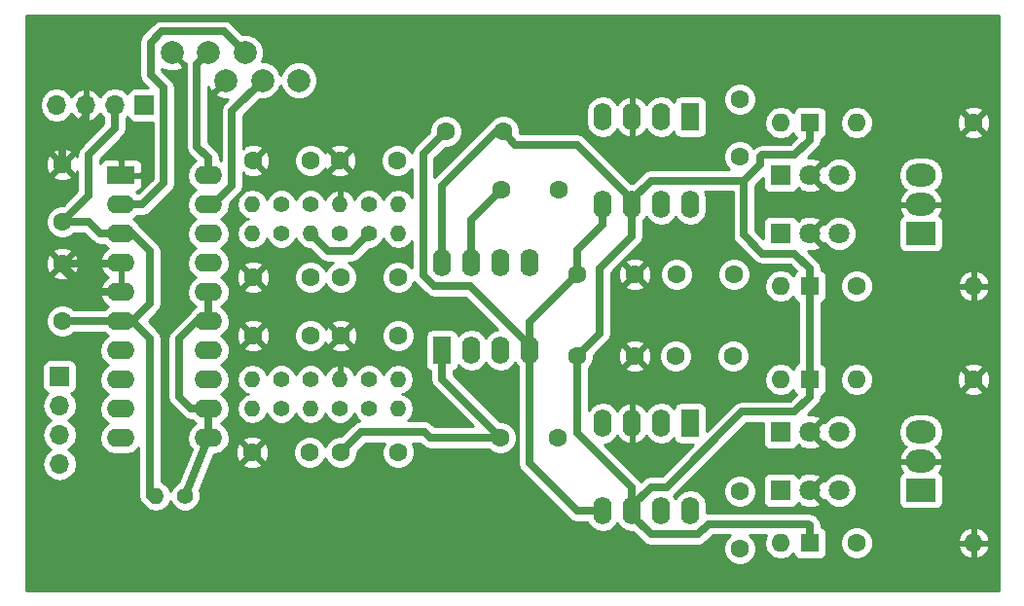
<source format=gbr>
G04 #@! TF.FileFunction,Copper,L2,Bot,Signal*
%FSLAX46Y46*%
G04 Gerber Fmt 4.6, Leading zero omitted, Abs format (unit mm)*
G04 Created by KiCad (PCBNEW 4.0.7) date 03/29/18 08:59:41*
%MOMM*%
%LPD*%
G01*
G04 APERTURE LIST*
%ADD10C,0.100000*%
%ADD11C,1.998980*%
%ADD12R,1.600000X1.600000*%
%ADD13O,1.600000X1.600000*%
%ADD14C,1.400000*%
%ADD15O,1.400000X1.400000*%
%ADD16C,1.600000*%
%ADD17R,1.800000X1.800000*%
%ADD18C,1.800000*%
%ADD19R,1.700000X1.700000*%
%ADD20O,1.700000X1.700000*%
%ADD21R,2.600000X2.000000*%
%ADD22O,2.600000X2.000000*%
%ADD23R,1.600000X2.400000*%
%ADD24O,1.600000X2.400000*%
%ADD25R,2.400000X1.600000*%
%ADD26O,2.400000X1.600000*%
%ADD27C,0.700000*%
%ADD28C,0.254000*%
G04 APERTURE END LIST*
D10*
D11*
X134874000Y-78105000D03*
X131699000Y-78105000D03*
X128524000Y-78105000D03*
X130175000Y-75692000D03*
X127000000Y-75692000D03*
X123825000Y-75692000D03*
D12*
X179324000Y-118364000D03*
D13*
X176784000Y-118364000D03*
D12*
X179324000Y-81788000D03*
D13*
X176784000Y-81788000D03*
D14*
X138430000Y-106680000D03*
D15*
X135890000Y-106680000D03*
D16*
X152654000Y-82550000D03*
X147654000Y-82550000D03*
X114300000Y-99060000D03*
X114300000Y-94060000D03*
X114300000Y-90424000D03*
X114300000Y-85424000D03*
X135890000Y-85090000D03*
X130890000Y-85090000D03*
X135890000Y-100330000D03*
X130890000Y-100330000D03*
X135890000Y-95250000D03*
X130890000Y-95250000D03*
X135810000Y-110490000D03*
X130810000Y-110490000D03*
X138510000Y-95250000D03*
X143510000Y-95250000D03*
X143430000Y-85090000D03*
X138430000Y-85090000D03*
X138510000Y-110490000D03*
X143510000Y-110490000D03*
X143510000Y-100330000D03*
X138510000Y-100330000D03*
X152480000Y-87630000D03*
X157480000Y-87630000D03*
X152400000Y-109220000D03*
X157400000Y-109220000D03*
X164084000Y-94996000D03*
X159084000Y-94996000D03*
X164084000Y-102108000D03*
X159084000Y-102108000D03*
X167720000Y-94996000D03*
X172720000Y-94996000D03*
X173228000Y-84756000D03*
X173228000Y-79756000D03*
X173228000Y-113872000D03*
X173228000Y-118872000D03*
X167640000Y-102108000D03*
X172640000Y-102108000D03*
D12*
X179324000Y-104140000D03*
D13*
X176784000Y-104140000D03*
D12*
X179324000Y-96012000D03*
D13*
X176784000Y-96012000D03*
D17*
X176784000Y-91440000D03*
D18*
X179324000Y-91440000D03*
X181864000Y-91440000D03*
D17*
X176784000Y-86360000D03*
D18*
X179324000Y-86360000D03*
X181864000Y-86360000D03*
D17*
X176784000Y-113792000D03*
D18*
X179324000Y-113792000D03*
X181864000Y-113792000D03*
D17*
X176784000Y-108712000D03*
D18*
X179324000Y-108712000D03*
X181864000Y-108712000D03*
D19*
X114046000Y-103886000D03*
D20*
X114046000Y-106426000D03*
X114046000Y-108966000D03*
X114046000Y-111506000D03*
D19*
X121412000Y-80264000D03*
D20*
X118872000Y-80264000D03*
X116332000Y-80264000D03*
X113792000Y-80264000D03*
D21*
X188976000Y-91440000D03*
D22*
X188976000Y-88900000D03*
X188976000Y-86360000D03*
D21*
X188976000Y-113792000D03*
D22*
X188976000Y-111252000D03*
X188976000Y-108712000D03*
D14*
X124968000Y-114300000D03*
D15*
X122428000Y-114300000D03*
D14*
X133350000Y-91440000D03*
D15*
X130810000Y-91440000D03*
D14*
X133350000Y-88900000D03*
D15*
X130810000Y-88900000D03*
D14*
X133350000Y-106680000D03*
D15*
X130810000Y-106680000D03*
D14*
X133350000Y-104140000D03*
D15*
X130810000Y-104140000D03*
D14*
X138430000Y-91440000D03*
D15*
X135890000Y-91440000D03*
D14*
X135890000Y-88900000D03*
D15*
X138430000Y-88900000D03*
D14*
X135890000Y-104140000D03*
D15*
X138430000Y-104140000D03*
D14*
X140970000Y-91440000D03*
D15*
X143510000Y-91440000D03*
D14*
X140970000Y-88900000D03*
D15*
X143510000Y-88900000D03*
D14*
X140970000Y-106680000D03*
D15*
X143510000Y-106680000D03*
D14*
X140970000Y-104140000D03*
D15*
X143510000Y-104140000D03*
D16*
X183388000Y-96012000D03*
D13*
X193548000Y-96012000D03*
D16*
X193548000Y-81788000D03*
D13*
X183388000Y-81788000D03*
D16*
X183388000Y-118364000D03*
D13*
X193548000Y-118364000D03*
D16*
X193548000Y-104140000D03*
D13*
X183388000Y-104140000D03*
D23*
X147320000Y-101600000D03*
D24*
X154940000Y-93980000D03*
X149860000Y-101600000D03*
X152400000Y-93980000D03*
X152400000Y-101600000D03*
X149860000Y-93980000D03*
X154940000Y-101600000D03*
X147320000Y-93980000D03*
D25*
X119380000Y-86360000D03*
D26*
X127000000Y-109220000D03*
X119380000Y-88900000D03*
X127000000Y-106680000D03*
X119380000Y-91440000D03*
X127000000Y-104140000D03*
X119380000Y-93980000D03*
X127000000Y-101600000D03*
X119380000Y-96520000D03*
X127000000Y-99060000D03*
X119380000Y-99060000D03*
X127000000Y-96520000D03*
X119380000Y-101600000D03*
X127000000Y-93980000D03*
X119380000Y-104140000D03*
X127000000Y-91440000D03*
X119380000Y-106680000D03*
X127000000Y-88900000D03*
X119380000Y-109220000D03*
X127000000Y-86360000D03*
D23*
X168910000Y-81280000D03*
D24*
X161290000Y-88900000D03*
X166370000Y-81280000D03*
X163830000Y-88900000D03*
X163830000Y-81280000D03*
X166370000Y-88900000D03*
X161290000Y-81280000D03*
X168910000Y-88900000D03*
D23*
X168910000Y-107950000D03*
D24*
X161290000Y-115570000D03*
X166370000Y-107950000D03*
X163830000Y-115570000D03*
X163830000Y-107950000D03*
X166370000Y-115570000D03*
X161290000Y-107950000D03*
X168910000Y-115570000D03*
D27*
X114300000Y-90424000D02*
X116586000Y-90424000D01*
X117602000Y-91440000D02*
X119380000Y-91440000D01*
X116586000Y-90424000D02*
X117602000Y-91440000D01*
X118872000Y-80264000D02*
X118872000Y-82296000D01*
X116586000Y-88138000D02*
X114300000Y-90424000D01*
X116586000Y-84582000D02*
X116586000Y-88138000D01*
X118872000Y-82296000D02*
X116586000Y-84582000D01*
X119380000Y-91440000D02*
X120396000Y-91440000D01*
X120396000Y-91440000D02*
X121920000Y-92964000D01*
X121920000Y-97536000D02*
X120396000Y-99060000D01*
X121920000Y-92964000D02*
X121920000Y-97536000D01*
X120396000Y-99060000D02*
X119380000Y-99060000D01*
X114300000Y-99060000D02*
X119380000Y-99060000D01*
X119380000Y-99060000D02*
X120396000Y-99060000D01*
X120396000Y-99060000D02*
X121920000Y-100584000D01*
X121920000Y-114300000D02*
X122428000Y-114300000D01*
X121920000Y-100584000D02*
X121920000Y-114300000D01*
X116332000Y-80264000D02*
X116332000Y-81280000D01*
X114300000Y-83312000D02*
X114300000Y-85424000D01*
X116332000Y-81280000D02*
X114300000Y-83312000D01*
X114300000Y-94060000D02*
X114300000Y-94488000D01*
X114300000Y-94488000D02*
X116332000Y-96520000D01*
X116332000Y-96520000D02*
X119380000Y-96520000D01*
X114300000Y-94060000D02*
X119300000Y-94060000D01*
X119300000Y-94060000D02*
X119380000Y-93980000D01*
X114300000Y-93980000D02*
X114300000Y-94060000D01*
X138510000Y-104060000D02*
X138430000Y-104140000D01*
X135890000Y-91440000D02*
X137440001Y-92990001D01*
X137440001Y-92990001D02*
X139419999Y-92990001D01*
X139419999Y-92990001D02*
X140270001Y-92139999D01*
X140270001Y-92139999D02*
X140970000Y-91440000D01*
X152480000Y-87630000D02*
X149860000Y-90250000D01*
X149860000Y-90250000D02*
X149860000Y-93980000D01*
X152400000Y-109220000D02*
X146304000Y-109220000D01*
X140288000Y-108712000D02*
X138510000Y-110490000D01*
X145796000Y-108712000D02*
X140288000Y-108712000D01*
X146304000Y-109220000D02*
X145796000Y-108712000D01*
X147320000Y-101600000D02*
X147320000Y-104140000D01*
X147320000Y-104140000D02*
X152400000Y-109220000D01*
X154940000Y-111459000D02*
X159051000Y-115570000D01*
X159051000Y-115570000D02*
X161290000Y-115570000D01*
X154940000Y-101600000D02*
X154940000Y-101200000D01*
X154940000Y-101200000D02*
X149770010Y-96030010D01*
X149770010Y-96030010D02*
X146636544Y-96030010D01*
X146636544Y-96030010D02*
X145669990Y-95063456D01*
X145669990Y-95063456D02*
X145669990Y-84534010D01*
X145669990Y-84534010D02*
X146854001Y-83349999D01*
X146854001Y-83349999D02*
X147654000Y-82550000D01*
X154940000Y-101600000D02*
X154940000Y-111459000D01*
X147654000Y-82550000D02*
X147654000Y-82804000D01*
X161290000Y-88900000D02*
X161290000Y-90678000D01*
X159084000Y-92884000D02*
X159084000Y-94996000D01*
X161290000Y-90678000D02*
X159084000Y-92884000D01*
X154940000Y-101600000D02*
X154940000Y-99140000D01*
X154940000Y-99140000D02*
X159084000Y-94996000D01*
X179324000Y-104140000D02*
X179324000Y-105640000D01*
X179324000Y-105640000D02*
X178002001Y-106961999D01*
X178002001Y-106961999D02*
X173428003Y-106961999D01*
X173428003Y-106961999D02*
X166870012Y-113519990D01*
X166870012Y-113519990D02*
X165480010Y-113519990D01*
X165480010Y-113519990D02*
X163830000Y-115170000D01*
X163830000Y-115170000D02*
X163830000Y-115570000D01*
X179324000Y-118364000D02*
X179324000Y-116864000D01*
X179324000Y-116864000D02*
X179173999Y-116713999D01*
X169593456Y-117620010D02*
X165480010Y-117620010D01*
X179173999Y-116713999D02*
X170499467Y-116713999D01*
X170499467Y-116713999D02*
X169593456Y-117620010D01*
X165480010Y-117620010D02*
X163830000Y-115970000D01*
X163830000Y-115970000D02*
X163830000Y-115570000D01*
X179324000Y-104140000D02*
X179324000Y-96012000D01*
X179324000Y-96012000D02*
X179324000Y-94512000D01*
X179324000Y-94512000D02*
X178002001Y-93190001D01*
X178002001Y-93190001D02*
X175203999Y-93190001D01*
X175203999Y-93190001D02*
X173576012Y-91562014D01*
X173576012Y-91562014D02*
X173576012Y-86849990D01*
X179324000Y-81788000D02*
X179324000Y-83288000D01*
X179324000Y-83288000D02*
X178002001Y-84609999D01*
X178002001Y-84609999D02*
X175203999Y-84609999D01*
X175203999Y-84609999D02*
X175033999Y-84779999D01*
X165480010Y-86849990D02*
X163830000Y-88500000D01*
X175033999Y-84779999D02*
X175033999Y-85392003D01*
X175033999Y-85392003D02*
X173576012Y-86849990D01*
X173576012Y-86849990D02*
X165480010Y-86849990D01*
X163830000Y-88500000D02*
X163830000Y-88900000D01*
X152654000Y-82550000D02*
X152019000Y-82550000D01*
X152019000Y-82550000D02*
X147320000Y-87249000D01*
X147320000Y-87249000D02*
X147320000Y-93980000D01*
X156210000Y-83740000D02*
X159070000Y-83740000D01*
X153670000Y-83740000D02*
X156210000Y-83740000D01*
X159084000Y-102108000D02*
X159084000Y-108792000D01*
X163830000Y-113538000D02*
X163830000Y-115570000D01*
X159084000Y-108792000D02*
X163830000Y-113538000D01*
X163830000Y-88900000D02*
X163830000Y-91694000D01*
X161036000Y-100156000D02*
X159084000Y-102108000D01*
X161036000Y-94488000D02*
X161036000Y-100156000D01*
X163830000Y-91694000D02*
X161036000Y-94488000D01*
X159070000Y-83740000D02*
X163830000Y-88500000D01*
X152654000Y-82550000D02*
X153670000Y-83740000D01*
X130175000Y-75692000D02*
X128325509Y-73842509D01*
X122937243Y-73842509D02*
X121975509Y-74804243D01*
X128325509Y-73842509D02*
X122937243Y-73842509D01*
X121975509Y-74804243D02*
X121975509Y-77597507D01*
X121975509Y-77597507D02*
X123112001Y-78733999D01*
X123112001Y-78733999D02*
X123112001Y-87067999D01*
X123112001Y-87067999D02*
X121280000Y-88900000D01*
X121280000Y-88900000D02*
X119380000Y-88900000D01*
X127000000Y-99060000D02*
X125984000Y-99060000D01*
X125984000Y-99060000D02*
X124460000Y-100584000D01*
X125476000Y-106680000D02*
X127000000Y-106680000D01*
X124460000Y-105664000D02*
X125476000Y-106680000D01*
X124460000Y-100584000D02*
X124460000Y-105664000D01*
X127000000Y-99060000D02*
X127000000Y-96520000D01*
X126600000Y-106680000D02*
X127000000Y-106680000D01*
X124968000Y-114300000D02*
X127000000Y-109220000D01*
X127000000Y-109220000D02*
X127000000Y-106680000D01*
X127000000Y-75692000D02*
X126000511Y-76691489D01*
X126000511Y-76691489D02*
X126000511Y-83860511D01*
X126000511Y-83860511D02*
X127000000Y-84860000D01*
X127000000Y-84860000D02*
X127000000Y-86360000D01*
X131699000Y-78105000D02*
X129050010Y-80753990D01*
X129050010Y-80753990D02*
X129050010Y-87249990D01*
X129050010Y-87249990D02*
X127400000Y-88900000D01*
X127400000Y-88900000D02*
X127000000Y-88900000D01*
D28*
G36*
X195707000Y-122480000D02*
X111125000Y-122480000D01*
X111125000Y-106426000D01*
X112531907Y-106426000D01*
X112644946Y-106994285D01*
X112966853Y-107476054D01*
X113296026Y-107696000D01*
X112966853Y-107915946D01*
X112644946Y-108397715D01*
X112531907Y-108966000D01*
X112644946Y-109534285D01*
X112966853Y-110016054D01*
X113296026Y-110236000D01*
X112966853Y-110455946D01*
X112644946Y-110937715D01*
X112531907Y-111506000D01*
X112644946Y-112074285D01*
X112966853Y-112556054D01*
X113448622Y-112877961D01*
X114016907Y-112991000D01*
X114075093Y-112991000D01*
X114643378Y-112877961D01*
X115125147Y-112556054D01*
X115447054Y-112074285D01*
X115560093Y-111506000D01*
X115447054Y-110937715D01*
X115125147Y-110455946D01*
X114795974Y-110236000D01*
X115125147Y-110016054D01*
X115447054Y-109534285D01*
X115560093Y-108966000D01*
X115447054Y-108397715D01*
X115125147Y-107915946D01*
X114795974Y-107696000D01*
X115125147Y-107476054D01*
X115447054Y-106994285D01*
X115560093Y-106426000D01*
X115447054Y-105857715D01*
X115125147Y-105375946D01*
X115083548Y-105348150D01*
X115131317Y-105339162D01*
X115347441Y-105200090D01*
X115492431Y-104987890D01*
X115543440Y-104736000D01*
X115543440Y-103036000D01*
X115499162Y-102800683D01*
X115360090Y-102584559D01*
X115147890Y-102439569D01*
X114896000Y-102388560D01*
X113196000Y-102388560D01*
X112960683Y-102432838D01*
X112744559Y-102571910D01*
X112599569Y-102784110D01*
X112548560Y-103036000D01*
X112548560Y-104736000D01*
X112592838Y-104971317D01*
X112731910Y-105187441D01*
X112944110Y-105332431D01*
X113011541Y-105346086D01*
X112966853Y-105375946D01*
X112644946Y-105857715D01*
X112531907Y-106426000D01*
X111125000Y-106426000D01*
X111125000Y-95067745D01*
X113471861Y-95067745D01*
X113545995Y-95313864D01*
X114083223Y-95506965D01*
X114653454Y-95479778D01*
X115054005Y-95313864D01*
X115128139Y-95067745D01*
X114300000Y-94239605D01*
X113471861Y-95067745D01*
X111125000Y-95067745D01*
X111125000Y-93843223D01*
X112853035Y-93843223D01*
X112880222Y-94413454D01*
X113046136Y-94814005D01*
X113292255Y-94888139D01*
X114120395Y-94060000D01*
X114479605Y-94060000D01*
X115307745Y-94888139D01*
X115553864Y-94814005D01*
X115728179Y-94329039D01*
X117588096Y-94329039D01*
X117605633Y-94411819D01*
X117875500Y-94904896D01*
X118304607Y-95250000D01*
X117875500Y-95595104D01*
X117605633Y-96088181D01*
X117588096Y-96170961D01*
X117710085Y-96393000D01*
X119253000Y-96393000D01*
X119253000Y-94107000D01*
X117710085Y-94107000D01*
X117588096Y-94329039D01*
X115728179Y-94329039D01*
X115746965Y-94276777D01*
X115719778Y-93706546D01*
X115553864Y-93305995D01*
X115307745Y-93231861D01*
X114479605Y-94060000D01*
X114120395Y-94060000D01*
X113292255Y-93231861D01*
X113046136Y-93305995D01*
X112853035Y-93843223D01*
X111125000Y-93843223D01*
X111125000Y-93052255D01*
X113471861Y-93052255D01*
X114300000Y-93880395D01*
X115128139Y-93052255D01*
X115054005Y-92806136D01*
X114516777Y-92613035D01*
X113946546Y-92640222D01*
X113545995Y-92806136D01*
X113471861Y-93052255D01*
X111125000Y-93052255D01*
X111125000Y-90708187D01*
X112864752Y-90708187D01*
X113082757Y-91235800D01*
X113486077Y-91639824D01*
X114013309Y-91858750D01*
X114584187Y-91859248D01*
X115111800Y-91641243D01*
X115344448Y-91409000D01*
X116178000Y-91409000D01*
X116905500Y-92136500D01*
X117225057Y-92350021D01*
X117602000Y-92425000D01*
X117909508Y-92425000D01*
X117929352Y-92454698D01*
X118307707Y-92707507D01*
X117875500Y-93055104D01*
X117605633Y-93548181D01*
X117588096Y-93630961D01*
X117710085Y-93853000D01*
X119253000Y-93853000D01*
X119253000Y-93833000D01*
X119507000Y-93833000D01*
X119507000Y-93853000D01*
X119527000Y-93853000D01*
X119527000Y-94107000D01*
X119507000Y-94107000D01*
X119507000Y-96393000D01*
X119527000Y-96393000D01*
X119527000Y-96647000D01*
X119507000Y-96647000D01*
X119507000Y-96667000D01*
X119253000Y-96667000D01*
X119253000Y-96647000D01*
X117710085Y-96647000D01*
X117588096Y-96869039D01*
X117605633Y-96951819D01*
X117875500Y-97444896D01*
X118307707Y-97792493D01*
X117929352Y-98045302D01*
X117909508Y-98075000D01*
X115344345Y-98075000D01*
X115113923Y-97844176D01*
X114586691Y-97625250D01*
X114015813Y-97624752D01*
X113488200Y-97842757D01*
X113084176Y-98246077D01*
X112865250Y-98773309D01*
X112864752Y-99344187D01*
X113082757Y-99871800D01*
X113486077Y-100275824D01*
X114013309Y-100494750D01*
X114584187Y-100495248D01*
X115111800Y-100277243D01*
X115344448Y-100045000D01*
X117909508Y-100045000D01*
X117929352Y-100074698D01*
X118311438Y-100330000D01*
X117929352Y-100585302D01*
X117618283Y-101050849D01*
X117509050Y-101600000D01*
X117618283Y-102149151D01*
X117929352Y-102614698D01*
X118311438Y-102870000D01*
X117929352Y-103125302D01*
X117618283Y-103590849D01*
X117509050Y-104140000D01*
X117618283Y-104689151D01*
X117929352Y-105154698D01*
X118311438Y-105410000D01*
X117929352Y-105665302D01*
X117618283Y-106130849D01*
X117509050Y-106680000D01*
X117618283Y-107229151D01*
X117929352Y-107694698D01*
X118311438Y-107950000D01*
X117929352Y-108205302D01*
X117618283Y-108670849D01*
X117509050Y-109220000D01*
X117618283Y-109769151D01*
X117929352Y-110234698D01*
X118394899Y-110545767D01*
X118944050Y-110655000D01*
X119815950Y-110655000D01*
X120365101Y-110545767D01*
X120830648Y-110234698D01*
X120935000Y-110078524D01*
X120935000Y-114300000D01*
X121009979Y-114676943D01*
X121223500Y-114996500D01*
X121348139Y-115079781D01*
X121457858Y-115243988D01*
X121890964Y-115533379D01*
X122401846Y-115635000D01*
X122454154Y-115635000D01*
X122965036Y-115533379D01*
X123398142Y-115243988D01*
X123687533Y-114810882D01*
X123702835Y-114733955D01*
X123835582Y-115055229D01*
X124210796Y-115431098D01*
X124701287Y-115634768D01*
X125232383Y-115635231D01*
X125723229Y-115432418D01*
X126099098Y-115057204D01*
X126302768Y-114566713D01*
X126303231Y-114035617D01*
X126217564Y-113828286D01*
X127149779Y-111497745D01*
X129981861Y-111497745D01*
X130055995Y-111743864D01*
X130593223Y-111936965D01*
X131163454Y-111909778D01*
X131564005Y-111743864D01*
X131638139Y-111497745D01*
X130810000Y-110669605D01*
X129981861Y-111497745D01*
X127149779Y-111497745D01*
X127491280Y-110643994D01*
X127985101Y-110545767D01*
X128392991Y-110273223D01*
X129363035Y-110273223D01*
X129390222Y-110843454D01*
X129556136Y-111244005D01*
X129802255Y-111318139D01*
X130630395Y-110490000D01*
X130989605Y-110490000D01*
X131817745Y-111318139D01*
X132063864Y-111244005D01*
X132256965Y-110706777D01*
X132229778Y-110136546D01*
X132063864Y-109735995D01*
X131817745Y-109661861D01*
X130989605Y-110490000D01*
X130630395Y-110490000D01*
X129802255Y-109661861D01*
X129556136Y-109735995D01*
X129363035Y-110273223D01*
X128392991Y-110273223D01*
X128450648Y-110234698D01*
X128761717Y-109769151D01*
X128818784Y-109482255D01*
X129981861Y-109482255D01*
X130810000Y-110310395D01*
X131638139Y-109482255D01*
X131564005Y-109236136D01*
X131026777Y-109043035D01*
X130456546Y-109070222D01*
X130055995Y-109236136D01*
X129981861Y-109482255D01*
X128818784Y-109482255D01*
X128870950Y-109220000D01*
X128761717Y-108670849D01*
X128450648Y-108205302D01*
X128068562Y-107950000D01*
X128450648Y-107694698D01*
X128761717Y-107229151D01*
X128870950Y-106680000D01*
X128761717Y-106130849D01*
X128450648Y-105665302D01*
X128068562Y-105410000D01*
X128450648Y-105154698D01*
X128761717Y-104689151D01*
X128870950Y-104140000D01*
X128761717Y-103590849D01*
X128450648Y-103125302D01*
X128068562Y-102870000D01*
X128450648Y-102614698D01*
X128761717Y-102149151D01*
X128870950Y-101600000D01*
X128818785Y-101337745D01*
X130061861Y-101337745D01*
X130135995Y-101583864D01*
X130673223Y-101776965D01*
X131243454Y-101749778D01*
X131644005Y-101583864D01*
X131718139Y-101337745D01*
X130890000Y-100509605D01*
X130061861Y-101337745D01*
X128818785Y-101337745D01*
X128761717Y-101050849D01*
X128450648Y-100585302D01*
X128068562Y-100330000D01*
X128392991Y-100113223D01*
X129443035Y-100113223D01*
X129470222Y-100683454D01*
X129636136Y-101084005D01*
X129882255Y-101158139D01*
X130710395Y-100330000D01*
X131069605Y-100330000D01*
X131897745Y-101158139D01*
X132143864Y-101084005D01*
X132312735Y-100614187D01*
X134454752Y-100614187D01*
X134672757Y-101141800D01*
X135076077Y-101545824D01*
X135603309Y-101764750D01*
X136174187Y-101765248D01*
X136701800Y-101547243D01*
X136911663Y-101337745D01*
X137681861Y-101337745D01*
X137755995Y-101583864D01*
X138293223Y-101776965D01*
X138863454Y-101749778D01*
X139264005Y-101583864D01*
X139338139Y-101337745D01*
X138510000Y-100509605D01*
X137681861Y-101337745D01*
X136911663Y-101337745D01*
X137105824Y-101143923D01*
X137193497Y-100932782D01*
X137256136Y-101084005D01*
X137502255Y-101158139D01*
X138330395Y-100330000D01*
X138689605Y-100330000D01*
X139517745Y-101158139D01*
X139763864Y-101084005D01*
X139932735Y-100614187D01*
X142074752Y-100614187D01*
X142292757Y-101141800D01*
X142696077Y-101545824D01*
X143223309Y-101764750D01*
X143794187Y-101765248D01*
X144321800Y-101547243D01*
X144725824Y-101143923D01*
X144944750Y-100616691D01*
X144945248Y-100045813D01*
X144727243Y-99518200D01*
X144323923Y-99114176D01*
X143796691Y-98895250D01*
X143225813Y-98894752D01*
X142698200Y-99112757D01*
X142294176Y-99516077D01*
X142075250Y-100043309D01*
X142074752Y-100614187D01*
X139932735Y-100614187D01*
X139956965Y-100546777D01*
X139929778Y-99976546D01*
X139763864Y-99575995D01*
X139517745Y-99501861D01*
X138689605Y-100330000D01*
X138330395Y-100330000D01*
X137502255Y-99501861D01*
X137256136Y-99575995D01*
X137197978Y-99737796D01*
X137107243Y-99518200D01*
X136911640Y-99322255D01*
X137681861Y-99322255D01*
X138510000Y-100150395D01*
X139338139Y-99322255D01*
X139264005Y-99076136D01*
X138726777Y-98883035D01*
X138156546Y-98910222D01*
X137755995Y-99076136D01*
X137681861Y-99322255D01*
X136911640Y-99322255D01*
X136703923Y-99114176D01*
X136176691Y-98895250D01*
X135605813Y-98894752D01*
X135078200Y-99112757D01*
X134674176Y-99516077D01*
X134455250Y-100043309D01*
X134454752Y-100614187D01*
X132312735Y-100614187D01*
X132336965Y-100546777D01*
X132309778Y-99976546D01*
X132143864Y-99575995D01*
X131897745Y-99501861D01*
X131069605Y-100330000D01*
X130710395Y-100330000D01*
X129882255Y-99501861D01*
X129636136Y-99575995D01*
X129443035Y-100113223D01*
X128392991Y-100113223D01*
X128450648Y-100074698D01*
X128761717Y-99609151D01*
X128818784Y-99322255D01*
X130061861Y-99322255D01*
X130890000Y-100150395D01*
X131718139Y-99322255D01*
X131644005Y-99076136D01*
X131106777Y-98883035D01*
X130536546Y-98910222D01*
X130135995Y-99076136D01*
X130061861Y-99322255D01*
X128818784Y-99322255D01*
X128870950Y-99060000D01*
X128761717Y-98510849D01*
X128450648Y-98045302D01*
X128068562Y-97790000D01*
X128450648Y-97534698D01*
X128761717Y-97069151D01*
X128870950Y-96520000D01*
X128818785Y-96257745D01*
X130061861Y-96257745D01*
X130135995Y-96503864D01*
X130673223Y-96696965D01*
X131243454Y-96669778D01*
X131644005Y-96503864D01*
X131718139Y-96257745D01*
X130890000Y-95429605D01*
X130061861Y-96257745D01*
X128818785Y-96257745D01*
X128761717Y-95970849D01*
X128450648Y-95505302D01*
X128068562Y-95250000D01*
X128392991Y-95033223D01*
X129443035Y-95033223D01*
X129470222Y-95603454D01*
X129636136Y-96004005D01*
X129882255Y-96078139D01*
X130710395Y-95250000D01*
X131069605Y-95250000D01*
X131897745Y-96078139D01*
X132143864Y-96004005D01*
X132336965Y-95466777D01*
X132309778Y-94896546D01*
X132143864Y-94495995D01*
X131897745Y-94421861D01*
X131069605Y-95250000D01*
X130710395Y-95250000D01*
X129882255Y-94421861D01*
X129636136Y-94495995D01*
X129443035Y-95033223D01*
X128392991Y-95033223D01*
X128450648Y-94994698D01*
X128761717Y-94529151D01*
X128818784Y-94242255D01*
X130061861Y-94242255D01*
X130890000Y-95070395D01*
X131718139Y-94242255D01*
X131644005Y-93996136D01*
X131106777Y-93803035D01*
X130536546Y-93830222D01*
X130135995Y-93996136D01*
X130061861Y-94242255D01*
X128818784Y-94242255D01*
X128870950Y-93980000D01*
X128761717Y-93430849D01*
X128450648Y-92965302D01*
X128068562Y-92710000D01*
X128450648Y-92454698D01*
X128761717Y-91989151D01*
X128870950Y-91440000D01*
X128761717Y-90890849D01*
X128450648Y-90425302D01*
X128068562Y-90170000D01*
X128450648Y-89914698D01*
X128761717Y-89449151D01*
X128870950Y-88900000D01*
X129448846Y-88900000D01*
X129550467Y-89410882D01*
X129839858Y-89843988D01*
X130272964Y-90133379D01*
X130457070Y-90170000D01*
X130272964Y-90206621D01*
X129839858Y-90496012D01*
X129550467Y-90929118D01*
X129448846Y-91440000D01*
X129550467Y-91950882D01*
X129839858Y-92383988D01*
X130272964Y-92673379D01*
X130783846Y-92775000D01*
X130836154Y-92775000D01*
X131347036Y-92673379D01*
X131780142Y-92383988D01*
X132069533Y-91950882D01*
X132084835Y-91873955D01*
X132217582Y-92195229D01*
X132592796Y-92571098D01*
X133083287Y-92774768D01*
X133614383Y-92775231D01*
X134105229Y-92572418D01*
X134481098Y-92197204D01*
X134615216Y-91874212D01*
X134630467Y-91950882D01*
X134919858Y-92383988D01*
X135352964Y-92673379D01*
X135824093Y-92767093D01*
X136743501Y-93686501D01*
X137063058Y-93900022D01*
X137440001Y-93975001D01*
X137837980Y-93975001D01*
X137698200Y-94032757D01*
X137294176Y-94436077D01*
X137200039Y-94662784D01*
X137107243Y-94438200D01*
X136703923Y-94034176D01*
X136176691Y-93815250D01*
X135605813Y-93814752D01*
X135078200Y-94032757D01*
X134674176Y-94436077D01*
X134455250Y-94963309D01*
X134454752Y-95534187D01*
X134672757Y-96061800D01*
X135076077Y-96465824D01*
X135603309Y-96684750D01*
X136174187Y-96685248D01*
X136701800Y-96467243D01*
X137105824Y-96063923D01*
X137199961Y-95837216D01*
X137292757Y-96061800D01*
X137696077Y-96465824D01*
X138223309Y-96684750D01*
X138794187Y-96685248D01*
X139321800Y-96467243D01*
X139725824Y-96063923D01*
X139944750Y-95536691D01*
X139945248Y-94965813D01*
X139727243Y-94438200D01*
X139323923Y-94034176D01*
X139181414Y-93975001D01*
X139419999Y-93975001D01*
X139796942Y-93900022D01*
X140116499Y-93686501D01*
X141027949Y-92775051D01*
X141234383Y-92775231D01*
X141725229Y-92572418D01*
X142101098Y-92197204D01*
X142235216Y-91874212D01*
X142250467Y-91950882D01*
X142539858Y-92383988D01*
X142972964Y-92673379D01*
X143483846Y-92775000D01*
X143536154Y-92775000D01*
X144047036Y-92673379D01*
X144480142Y-92383988D01*
X144684990Y-92077410D01*
X144684990Y-94395873D01*
X144323923Y-94034176D01*
X143796691Y-93815250D01*
X143225813Y-93814752D01*
X142698200Y-94032757D01*
X142294176Y-94436077D01*
X142075250Y-94963309D01*
X142074752Y-95534187D01*
X142292757Y-96061800D01*
X142696077Y-96465824D01*
X143223309Y-96684750D01*
X143794187Y-96685248D01*
X144321800Y-96467243D01*
X144725824Y-96063923D01*
X144898589Y-95647859D01*
X144973490Y-95759956D01*
X145940044Y-96726510D01*
X146259601Y-96940031D01*
X146636544Y-97015010D01*
X149362010Y-97015010D01*
X152129797Y-99782797D01*
X151850849Y-99838283D01*
X151385302Y-100149352D01*
X151130000Y-100531438D01*
X150874698Y-100149352D01*
X150409151Y-99838283D01*
X149860000Y-99729050D01*
X149310849Y-99838283D01*
X148845302Y-100149352D01*
X148747749Y-100295350D01*
X148723162Y-100164683D01*
X148584090Y-99948559D01*
X148371890Y-99803569D01*
X148120000Y-99752560D01*
X146520000Y-99752560D01*
X146284683Y-99796838D01*
X146068559Y-99935910D01*
X145923569Y-100148110D01*
X145872560Y-100400000D01*
X145872560Y-102800000D01*
X145916838Y-103035317D01*
X146055910Y-103251441D01*
X146268110Y-103396431D01*
X146335000Y-103409977D01*
X146335000Y-104140000D01*
X146409979Y-104516943D01*
X146623500Y-104836500D01*
X150022000Y-108235000D01*
X146712000Y-108235000D01*
X146492500Y-108015500D01*
X146172943Y-107801979D01*
X145796000Y-107727000D01*
X144325973Y-107727000D01*
X144480142Y-107623988D01*
X144769533Y-107190882D01*
X144871154Y-106680000D01*
X144769533Y-106169118D01*
X144480142Y-105736012D01*
X144047036Y-105446621D01*
X143862930Y-105410000D01*
X144047036Y-105373379D01*
X144480142Y-105083988D01*
X144769533Y-104650882D01*
X144871154Y-104140000D01*
X144769533Y-103629118D01*
X144480142Y-103196012D01*
X144047036Y-102906621D01*
X143536154Y-102805000D01*
X143483846Y-102805000D01*
X142972964Y-102906621D01*
X142539858Y-103196012D01*
X142250467Y-103629118D01*
X142235165Y-103706045D01*
X142102418Y-103384771D01*
X141727204Y-103008902D01*
X141236713Y-102805232D01*
X140705617Y-102804769D01*
X140214771Y-103007582D01*
X139838902Y-103382796D01*
X139692843Y-103734545D01*
X139579797Y-103461604D01*
X139232663Y-103073236D01*
X138763331Y-102847273D01*
X138557000Y-102969794D01*
X138557000Y-104013000D01*
X138577000Y-104013000D01*
X138577000Y-104267000D01*
X138557000Y-104267000D01*
X138557000Y-104287000D01*
X138303000Y-104287000D01*
X138303000Y-104267000D01*
X138283000Y-104267000D01*
X138283000Y-104013000D01*
X138303000Y-104013000D01*
X138303000Y-102969794D01*
X138096669Y-102847273D01*
X137627337Y-103073236D01*
X137280203Y-103461604D01*
X137167049Y-103734806D01*
X137022418Y-103384771D01*
X136647204Y-103008902D01*
X136156713Y-102805232D01*
X135625617Y-102804769D01*
X135134771Y-103007582D01*
X134758902Y-103382796D01*
X134619909Y-103717527D01*
X134482418Y-103384771D01*
X134107204Y-103008902D01*
X133616713Y-102805232D01*
X133085617Y-102804769D01*
X132594771Y-103007582D01*
X132218902Y-103382796D01*
X132084784Y-103705788D01*
X132069533Y-103629118D01*
X131780142Y-103196012D01*
X131347036Y-102906621D01*
X130836154Y-102805000D01*
X130783846Y-102805000D01*
X130272964Y-102906621D01*
X129839858Y-103196012D01*
X129550467Y-103629118D01*
X129448846Y-104140000D01*
X129550467Y-104650882D01*
X129839858Y-105083988D01*
X130272964Y-105373379D01*
X130457070Y-105410000D01*
X130272964Y-105446621D01*
X129839858Y-105736012D01*
X129550467Y-106169118D01*
X129448846Y-106680000D01*
X129550467Y-107190882D01*
X129839858Y-107623988D01*
X130272964Y-107913379D01*
X130783846Y-108015000D01*
X130836154Y-108015000D01*
X131347036Y-107913379D01*
X131780142Y-107623988D01*
X132069533Y-107190882D01*
X132084835Y-107113955D01*
X132217582Y-107435229D01*
X132592796Y-107811098D01*
X133083287Y-108014768D01*
X133614383Y-108015231D01*
X134105229Y-107812418D01*
X134481098Y-107437204D01*
X134615216Y-107114212D01*
X134630467Y-107190882D01*
X134919858Y-107623988D01*
X135352964Y-107913379D01*
X135863846Y-108015000D01*
X135916154Y-108015000D01*
X136427036Y-107913379D01*
X136860142Y-107623988D01*
X137149533Y-107190882D01*
X137164835Y-107113955D01*
X137297582Y-107435229D01*
X137672796Y-107811098D01*
X138163287Y-108014768D01*
X138694383Y-108015231D01*
X139185229Y-107812418D01*
X139561098Y-107437204D01*
X139700091Y-107102473D01*
X139837582Y-107435229D01*
X140155212Y-107753413D01*
X139911057Y-107801979D01*
X139591500Y-108015500D01*
X138551963Y-109055037D01*
X138225813Y-109054752D01*
X137698200Y-109272757D01*
X137294176Y-109676077D01*
X137159940Y-109999352D01*
X137027243Y-109678200D01*
X136623923Y-109274176D01*
X136096691Y-109055250D01*
X135525813Y-109054752D01*
X134998200Y-109272757D01*
X134594176Y-109676077D01*
X134375250Y-110203309D01*
X134374752Y-110774187D01*
X134592757Y-111301800D01*
X134996077Y-111705824D01*
X135523309Y-111924750D01*
X136094187Y-111925248D01*
X136621800Y-111707243D01*
X137025824Y-111303923D01*
X137160060Y-110980648D01*
X137292757Y-111301800D01*
X137696077Y-111705824D01*
X138223309Y-111924750D01*
X138794187Y-111925248D01*
X139321800Y-111707243D01*
X139725824Y-111303923D01*
X139944750Y-110776691D01*
X139945037Y-110447963D01*
X140696000Y-109697000D01*
X142285488Y-109697000D01*
X142075250Y-110203309D01*
X142074752Y-110774187D01*
X142292757Y-111301800D01*
X142696077Y-111705824D01*
X143223309Y-111924750D01*
X143794187Y-111925248D01*
X144321800Y-111707243D01*
X144725824Y-111303923D01*
X144944750Y-110776691D01*
X144945248Y-110205813D01*
X144735011Y-109697000D01*
X145387999Y-109697000D01*
X145607499Y-109916500D01*
X145927057Y-110130021D01*
X146304000Y-110205000D01*
X151355655Y-110205000D01*
X151586077Y-110435824D01*
X152113309Y-110654750D01*
X152684187Y-110655248D01*
X153211800Y-110437243D01*
X153615824Y-110033923D01*
X153834750Y-109506691D01*
X153835248Y-108935813D01*
X153617243Y-108408200D01*
X153213923Y-108004176D01*
X152686691Y-107785250D01*
X152357963Y-107784963D01*
X148305000Y-103732000D01*
X148305000Y-103412630D01*
X148355317Y-103403162D01*
X148571441Y-103264090D01*
X148716431Y-103051890D01*
X148746597Y-102902926D01*
X148845302Y-103050648D01*
X149310849Y-103361717D01*
X149860000Y-103470950D01*
X150409151Y-103361717D01*
X150874698Y-103050648D01*
X151130000Y-102668562D01*
X151385302Y-103050648D01*
X151850849Y-103361717D01*
X152400000Y-103470950D01*
X152949151Y-103361717D01*
X153414698Y-103050648D01*
X153670000Y-102668562D01*
X153925302Y-103050648D01*
X153955000Y-103070492D01*
X153955000Y-111459000D01*
X154029979Y-111835943D01*
X154243500Y-112155500D01*
X158354500Y-116266500D01*
X158674057Y-116480021D01*
X159051000Y-116555000D01*
X159964213Y-116555000D01*
X159964233Y-116555101D01*
X160275302Y-117020648D01*
X160740849Y-117331717D01*
X161290000Y-117440950D01*
X161839151Y-117331717D01*
X162304698Y-117020648D01*
X162560000Y-116638562D01*
X162815302Y-117020648D01*
X163280849Y-117331717D01*
X163830000Y-117440950D01*
X163895017Y-117428017D01*
X164783510Y-118316511D01*
X165044653Y-118491000D01*
X165103067Y-118530031D01*
X165480010Y-118605010D01*
X169593456Y-118605010D01*
X169970399Y-118530031D01*
X170289956Y-118316510D01*
X170907467Y-117698999D01*
X172371881Y-117698999D01*
X172012176Y-118058077D01*
X171793250Y-118585309D01*
X171792752Y-119156187D01*
X172010757Y-119683800D01*
X172414077Y-120087824D01*
X172941309Y-120306750D01*
X173512187Y-120307248D01*
X174039800Y-120089243D01*
X174443824Y-119685923D01*
X174662750Y-119158691D01*
X174663248Y-118587813D01*
X174445243Y-118060200D01*
X174084671Y-117698999D01*
X175507529Y-117698999D01*
X175430120Y-117814849D01*
X175320887Y-118364000D01*
X175430120Y-118913151D01*
X175741189Y-119378698D01*
X176206736Y-119689767D01*
X176755887Y-119799000D01*
X176812113Y-119799000D01*
X177361264Y-119689767D01*
X177826811Y-119378698D01*
X177897150Y-119273428D01*
X177920838Y-119399317D01*
X178059910Y-119615441D01*
X178272110Y-119760431D01*
X178524000Y-119811440D01*
X180124000Y-119811440D01*
X180359317Y-119767162D01*
X180575441Y-119628090D01*
X180720431Y-119415890D01*
X180771440Y-119164000D01*
X180771440Y-118648187D01*
X181952752Y-118648187D01*
X182170757Y-119175800D01*
X182574077Y-119579824D01*
X183101309Y-119798750D01*
X183672187Y-119799248D01*
X184199800Y-119581243D01*
X184603824Y-119177923D01*
X184796860Y-118713039D01*
X192156096Y-118713039D01*
X192316959Y-119101423D01*
X192692866Y-119516389D01*
X193198959Y-119755914D01*
X193421000Y-119634629D01*
X193421000Y-118491000D01*
X193675000Y-118491000D01*
X193675000Y-119634629D01*
X193897041Y-119755914D01*
X194403134Y-119516389D01*
X194779041Y-119101423D01*
X194939904Y-118713039D01*
X194817915Y-118491000D01*
X193675000Y-118491000D01*
X193421000Y-118491000D01*
X192278085Y-118491000D01*
X192156096Y-118713039D01*
X184796860Y-118713039D01*
X184822750Y-118650691D01*
X184823248Y-118079813D01*
X184796452Y-118014961D01*
X192156096Y-118014961D01*
X192278085Y-118237000D01*
X193421000Y-118237000D01*
X193421000Y-117093371D01*
X193675000Y-117093371D01*
X193675000Y-118237000D01*
X194817915Y-118237000D01*
X194939904Y-118014961D01*
X194779041Y-117626577D01*
X194403134Y-117211611D01*
X193897041Y-116972086D01*
X193675000Y-117093371D01*
X193421000Y-117093371D01*
X193198959Y-116972086D01*
X192692866Y-117211611D01*
X192316959Y-117626577D01*
X192156096Y-118014961D01*
X184796452Y-118014961D01*
X184605243Y-117552200D01*
X184201923Y-117148176D01*
X183674691Y-116929250D01*
X183103813Y-116928752D01*
X182576200Y-117146757D01*
X182172176Y-117550077D01*
X181953250Y-118077309D01*
X181952752Y-118648187D01*
X180771440Y-118648187D01*
X180771440Y-117564000D01*
X180727162Y-117328683D01*
X180588090Y-117112559D01*
X180375890Y-116967569D01*
X180309000Y-116954023D01*
X180309000Y-116864000D01*
X180234021Y-116487057D01*
X180020500Y-116167500D01*
X179870499Y-116017499D01*
X179550942Y-115803978D01*
X179173999Y-115728999D01*
X170499467Y-115728999D01*
X170345000Y-115759725D01*
X170345000Y-115134050D01*
X170235767Y-114584899D01*
X169949311Y-114156187D01*
X171792752Y-114156187D01*
X172010757Y-114683800D01*
X172414077Y-115087824D01*
X172941309Y-115306750D01*
X173512187Y-115307248D01*
X174039800Y-115089243D01*
X174443824Y-114685923D01*
X174662750Y-114158691D01*
X174663248Y-113587813D01*
X174445243Y-113060200D01*
X174277337Y-112892000D01*
X175236560Y-112892000D01*
X175236560Y-114692000D01*
X175280838Y-114927317D01*
X175419910Y-115143441D01*
X175632110Y-115288431D01*
X175884000Y-115339440D01*
X177684000Y-115339440D01*
X177919317Y-115295162D01*
X178135441Y-115156090D01*
X178274598Y-114952426D01*
X178308890Y-114986718D01*
X178423447Y-114872161D01*
X178509852Y-115128643D01*
X179083336Y-115338458D01*
X179693460Y-115312839D01*
X180138148Y-115128643D01*
X180224554Y-114872159D01*
X179324000Y-113971605D01*
X179309858Y-113985748D01*
X179130253Y-113806143D01*
X179144395Y-113792000D01*
X179503605Y-113792000D01*
X180404159Y-114692554D01*
X180554327Y-114641965D01*
X180561932Y-114660371D01*
X180993357Y-115092551D01*
X181557330Y-115326733D01*
X182167991Y-115327265D01*
X182732371Y-115094068D01*
X183164551Y-114662643D01*
X183398733Y-114098670D01*
X183399265Y-113488009D01*
X183166068Y-112923629D01*
X183034669Y-112792000D01*
X187028560Y-112792000D01*
X187028560Y-114792000D01*
X187072838Y-115027317D01*
X187211910Y-115243441D01*
X187424110Y-115388431D01*
X187676000Y-115439440D01*
X190276000Y-115439440D01*
X190511317Y-115395162D01*
X190727441Y-115256090D01*
X190872431Y-115043890D01*
X190923440Y-114792000D01*
X190923440Y-112792000D01*
X190879162Y-112556683D01*
X190740090Y-112340559D01*
X190573380Y-112226651D01*
X190835144Y-111760355D01*
X190866124Y-111632434D01*
X190746777Y-111379000D01*
X189103000Y-111379000D01*
X189103000Y-111399000D01*
X188849000Y-111399000D01*
X188849000Y-111379000D01*
X187205223Y-111379000D01*
X187085876Y-111632434D01*
X187116856Y-111760355D01*
X187379495Y-112228211D01*
X187224559Y-112327910D01*
X187079569Y-112540110D01*
X187028560Y-112792000D01*
X183034669Y-112792000D01*
X182734643Y-112491449D01*
X182170670Y-112257267D01*
X181560009Y-112256735D01*
X180995629Y-112489932D01*
X180563449Y-112921357D01*
X180554797Y-112942194D01*
X180404159Y-112891446D01*
X179503605Y-113792000D01*
X179144395Y-113792000D01*
X179130253Y-113777858D01*
X179309858Y-113598253D01*
X179324000Y-113612395D01*
X180224554Y-112711841D01*
X180138148Y-112455357D01*
X179564664Y-112245542D01*
X178954540Y-112271161D01*
X178509852Y-112455357D01*
X178423447Y-112711839D01*
X178308890Y-112597282D01*
X178272412Y-112633760D01*
X178148090Y-112440559D01*
X177935890Y-112295569D01*
X177684000Y-112244560D01*
X175884000Y-112244560D01*
X175648683Y-112288838D01*
X175432559Y-112427910D01*
X175287569Y-112640110D01*
X175236560Y-112892000D01*
X174277337Y-112892000D01*
X174041923Y-112656176D01*
X173514691Y-112437250D01*
X172943813Y-112436752D01*
X172416200Y-112654757D01*
X172012176Y-113058077D01*
X171793250Y-113585309D01*
X171792752Y-114156187D01*
X169949311Y-114156187D01*
X169924698Y-114119352D01*
X169459151Y-113808283D01*
X168910000Y-113699050D01*
X168360849Y-113808283D01*
X167895302Y-114119352D01*
X167640000Y-114501438D01*
X167485688Y-114270495D01*
X167566512Y-114216490D01*
X173836003Y-107946999D01*
X175236560Y-107946999D01*
X175236560Y-109612000D01*
X175280838Y-109847317D01*
X175419910Y-110063441D01*
X175632110Y-110208431D01*
X175884000Y-110259440D01*
X177684000Y-110259440D01*
X177919317Y-110215162D01*
X178135441Y-110076090D01*
X178274598Y-109872426D01*
X178308890Y-109906718D01*
X178423447Y-109792161D01*
X178509852Y-110048643D01*
X179083336Y-110258458D01*
X179693460Y-110232839D01*
X180138148Y-110048643D01*
X180224554Y-109792159D01*
X179324000Y-108891605D01*
X179309858Y-108905748D01*
X179130253Y-108726143D01*
X179144395Y-108712000D01*
X179503605Y-108712000D01*
X180404159Y-109612554D01*
X180554327Y-109561965D01*
X180561932Y-109580371D01*
X180993357Y-110012551D01*
X181557330Y-110246733D01*
X182167991Y-110247265D01*
X182732371Y-110014068D01*
X183164551Y-109582643D01*
X183398733Y-109018670D01*
X183399000Y-108712000D01*
X187003091Y-108712000D01*
X187127548Y-109337687D01*
X187481971Y-109868120D01*
X187672188Y-109995219D01*
X187430078Y-110185683D01*
X187116856Y-110743645D01*
X187085876Y-110871566D01*
X187205223Y-111125000D01*
X188849000Y-111125000D01*
X188849000Y-111105000D01*
X189103000Y-111105000D01*
X189103000Y-111125000D01*
X190746777Y-111125000D01*
X190866124Y-110871566D01*
X190835144Y-110743645D01*
X190521922Y-110185683D01*
X190279812Y-109995219D01*
X190470029Y-109868120D01*
X190824452Y-109337687D01*
X190948909Y-108712000D01*
X190824452Y-108086313D01*
X190470029Y-107555880D01*
X189939596Y-107201457D01*
X189313909Y-107077000D01*
X188638091Y-107077000D01*
X188012404Y-107201457D01*
X187481971Y-107555880D01*
X187127548Y-108086313D01*
X187003091Y-108712000D01*
X183399000Y-108712000D01*
X183399265Y-108408009D01*
X183166068Y-107843629D01*
X182734643Y-107411449D01*
X182170670Y-107177267D01*
X181560009Y-107176735D01*
X180995629Y-107409932D01*
X180563449Y-107841357D01*
X180554797Y-107862194D01*
X180404159Y-107811446D01*
X179503605Y-108712000D01*
X179144395Y-108712000D01*
X179130253Y-108697858D01*
X179309858Y-108518253D01*
X179324000Y-108532395D01*
X180224554Y-107631841D01*
X180138148Y-107375357D01*
X179564664Y-107165542D01*
X179175100Y-107181900D01*
X180020500Y-106336500D01*
X180234021Y-106016943D01*
X180309000Y-105640000D01*
X180309000Y-105552630D01*
X180359317Y-105543162D01*
X180575441Y-105404090D01*
X180720431Y-105191890D01*
X180771440Y-104940000D01*
X180771440Y-104140000D01*
X181924887Y-104140000D01*
X182034120Y-104689151D01*
X182345189Y-105154698D01*
X182810736Y-105465767D01*
X183359887Y-105575000D01*
X183416113Y-105575000D01*
X183965264Y-105465767D01*
X184430811Y-105154698D01*
X184435456Y-105147745D01*
X192719861Y-105147745D01*
X192793995Y-105393864D01*
X193331223Y-105586965D01*
X193901454Y-105559778D01*
X194302005Y-105393864D01*
X194376139Y-105147745D01*
X193548000Y-104319605D01*
X192719861Y-105147745D01*
X184435456Y-105147745D01*
X184741880Y-104689151D01*
X184851113Y-104140000D01*
X184807994Y-103923223D01*
X192101035Y-103923223D01*
X192128222Y-104493454D01*
X192294136Y-104894005D01*
X192540255Y-104968139D01*
X193368395Y-104140000D01*
X193727605Y-104140000D01*
X194555745Y-104968139D01*
X194801864Y-104894005D01*
X194994965Y-104356777D01*
X194967778Y-103786546D01*
X194801864Y-103385995D01*
X194555745Y-103311861D01*
X193727605Y-104140000D01*
X193368395Y-104140000D01*
X192540255Y-103311861D01*
X192294136Y-103385995D01*
X192101035Y-103923223D01*
X184807994Y-103923223D01*
X184741880Y-103590849D01*
X184435457Y-103132255D01*
X192719861Y-103132255D01*
X193548000Y-103960395D01*
X194376139Y-103132255D01*
X194302005Y-102886136D01*
X193764777Y-102693035D01*
X193194546Y-102720222D01*
X192793995Y-102886136D01*
X192719861Y-103132255D01*
X184435457Y-103132255D01*
X184430811Y-103125302D01*
X183965264Y-102814233D01*
X183416113Y-102705000D01*
X183359887Y-102705000D01*
X182810736Y-102814233D01*
X182345189Y-103125302D01*
X182034120Y-103590849D01*
X181924887Y-104140000D01*
X180771440Y-104140000D01*
X180771440Y-103340000D01*
X180727162Y-103104683D01*
X180588090Y-102888559D01*
X180375890Y-102743569D01*
X180309000Y-102730023D01*
X180309000Y-97424630D01*
X180359317Y-97415162D01*
X180575441Y-97276090D01*
X180720431Y-97063890D01*
X180771440Y-96812000D01*
X180771440Y-96296187D01*
X181952752Y-96296187D01*
X182170757Y-96823800D01*
X182574077Y-97227824D01*
X183101309Y-97446750D01*
X183672187Y-97447248D01*
X184199800Y-97229243D01*
X184603824Y-96825923D01*
X184796860Y-96361039D01*
X192156096Y-96361039D01*
X192316959Y-96749423D01*
X192692866Y-97164389D01*
X193198959Y-97403914D01*
X193421000Y-97282629D01*
X193421000Y-96139000D01*
X193675000Y-96139000D01*
X193675000Y-97282629D01*
X193897041Y-97403914D01*
X194403134Y-97164389D01*
X194779041Y-96749423D01*
X194939904Y-96361039D01*
X194817915Y-96139000D01*
X193675000Y-96139000D01*
X193421000Y-96139000D01*
X192278085Y-96139000D01*
X192156096Y-96361039D01*
X184796860Y-96361039D01*
X184822750Y-96298691D01*
X184823248Y-95727813D01*
X184796452Y-95662961D01*
X192156096Y-95662961D01*
X192278085Y-95885000D01*
X193421000Y-95885000D01*
X193421000Y-94741371D01*
X193675000Y-94741371D01*
X193675000Y-95885000D01*
X194817915Y-95885000D01*
X194939904Y-95662961D01*
X194779041Y-95274577D01*
X194403134Y-94859611D01*
X193897041Y-94620086D01*
X193675000Y-94741371D01*
X193421000Y-94741371D01*
X193198959Y-94620086D01*
X192692866Y-94859611D01*
X192316959Y-95274577D01*
X192156096Y-95662961D01*
X184796452Y-95662961D01*
X184605243Y-95200200D01*
X184201923Y-94796176D01*
X183674691Y-94577250D01*
X183103813Y-94576752D01*
X182576200Y-94794757D01*
X182172176Y-95198077D01*
X181953250Y-95725309D01*
X181952752Y-96296187D01*
X180771440Y-96296187D01*
X180771440Y-95212000D01*
X180727162Y-94976683D01*
X180588090Y-94760559D01*
X180375890Y-94615569D01*
X180309000Y-94602023D01*
X180309000Y-94512000D01*
X180234021Y-94135057D01*
X180020500Y-93815500D01*
X179187101Y-92982101D01*
X179693460Y-92960839D01*
X180138148Y-92776643D01*
X180224554Y-92520159D01*
X179324000Y-91619605D01*
X179309858Y-91633748D01*
X179130253Y-91454143D01*
X179144395Y-91440000D01*
X179503605Y-91440000D01*
X180404159Y-92340554D01*
X180554327Y-92289965D01*
X180561932Y-92308371D01*
X180993357Y-92740551D01*
X181557330Y-92974733D01*
X182167991Y-92975265D01*
X182732371Y-92742068D01*
X183164551Y-92310643D01*
X183398733Y-91746670D01*
X183399265Y-91136009D01*
X183166068Y-90571629D01*
X183034669Y-90440000D01*
X187028560Y-90440000D01*
X187028560Y-92440000D01*
X187072838Y-92675317D01*
X187211910Y-92891441D01*
X187424110Y-93036431D01*
X187676000Y-93087440D01*
X190276000Y-93087440D01*
X190511317Y-93043162D01*
X190727441Y-92904090D01*
X190872431Y-92691890D01*
X190923440Y-92440000D01*
X190923440Y-90440000D01*
X190879162Y-90204683D01*
X190740090Y-89988559D01*
X190573380Y-89874651D01*
X190835144Y-89408355D01*
X190866124Y-89280434D01*
X190746777Y-89027000D01*
X189103000Y-89027000D01*
X189103000Y-89047000D01*
X188849000Y-89047000D01*
X188849000Y-89027000D01*
X187205223Y-89027000D01*
X187085876Y-89280434D01*
X187116856Y-89408355D01*
X187379495Y-89876211D01*
X187224559Y-89975910D01*
X187079569Y-90188110D01*
X187028560Y-90440000D01*
X183034669Y-90440000D01*
X182734643Y-90139449D01*
X182170670Y-89905267D01*
X181560009Y-89904735D01*
X180995629Y-90137932D01*
X180563449Y-90569357D01*
X180554797Y-90590194D01*
X180404159Y-90539446D01*
X179503605Y-91440000D01*
X179144395Y-91440000D01*
X179130253Y-91425858D01*
X179309858Y-91246253D01*
X179324000Y-91260395D01*
X180224554Y-90359841D01*
X180138148Y-90103357D01*
X179564664Y-89893542D01*
X178954540Y-89919161D01*
X178509852Y-90103357D01*
X178423447Y-90359839D01*
X178308890Y-90245282D01*
X178272412Y-90281760D01*
X178148090Y-90088559D01*
X177935890Y-89943569D01*
X177684000Y-89892560D01*
X175884000Y-89892560D01*
X175648683Y-89936838D01*
X175432559Y-90075910D01*
X175287569Y-90288110D01*
X175236560Y-90540000D01*
X175236560Y-91829562D01*
X174561012Y-91154014D01*
X174561012Y-87257990D01*
X175236560Y-86582442D01*
X175236560Y-87260000D01*
X175280838Y-87495317D01*
X175419910Y-87711441D01*
X175632110Y-87856431D01*
X175884000Y-87907440D01*
X177684000Y-87907440D01*
X177919317Y-87863162D01*
X178135441Y-87724090D01*
X178274598Y-87520426D01*
X178308890Y-87554718D01*
X178423447Y-87440161D01*
X178509852Y-87696643D01*
X179083336Y-87906458D01*
X179693460Y-87880839D01*
X180138148Y-87696643D01*
X180224554Y-87440159D01*
X179324000Y-86539605D01*
X179309858Y-86553748D01*
X179130253Y-86374143D01*
X179144395Y-86360000D01*
X179503605Y-86360000D01*
X180404159Y-87260554D01*
X180554327Y-87209965D01*
X180561932Y-87228371D01*
X180993357Y-87660551D01*
X181557330Y-87894733D01*
X182167991Y-87895265D01*
X182732371Y-87662068D01*
X183164551Y-87230643D01*
X183398733Y-86666670D01*
X183399000Y-86360000D01*
X187003091Y-86360000D01*
X187127548Y-86985687D01*
X187481971Y-87516120D01*
X187672188Y-87643219D01*
X187430078Y-87833683D01*
X187116856Y-88391645D01*
X187085876Y-88519566D01*
X187205223Y-88773000D01*
X188849000Y-88773000D01*
X188849000Y-88753000D01*
X189103000Y-88753000D01*
X189103000Y-88773000D01*
X190746777Y-88773000D01*
X190866124Y-88519566D01*
X190835144Y-88391645D01*
X190521922Y-87833683D01*
X190279812Y-87643219D01*
X190470029Y-87516120D01*
X190824452Y-86985687D01*
X190948909Y-86360000D01*
X190824452Y-85734313D01*
X190470029Y-85203880D01*
X189939596Y-84849457D01*
X189313909Y-84725000D01*
X188638091Y-84725000D01*
X188012404Y-84849457D01*
X187481971Y-85203880D01*
X187127548Y-85734313D01*
X187003091Y-86360000D01*
X183399000Y-86360000D01*
X183399265Y-86056009D01*
X183166068Y-85491629D01*
X182734643Y-85059449D01*
X182170670Y-84825267D01*
X181560009Y-84824735D01*
X180995629Y-85057932D01*
X180563449Y-85489357D01*
X180554797Y-85510194D01*
X180404159Y-85459446D01*
X179503605Y-86360000D01*
X179144395Y-86360000D01*
X179130253Y-86345858D01*
X179309858Y-86166253D01*
X179324000Y-86180395D01*
X180224554Y-85279841D01*
X180138148Y-85023357D01*
X179564664Y-84813542D01*
X179175100Y-84829900D01*
X180020500Y-83984500D01*
X180234021Y-83664943D01*
X180309000Y-83288000D01*
X180309000Y-83200630D01*
X180359317Y-83191162D01*
X180575441Y-83052090D01*
X180720431Y-82839890D01*
X180771440Y-82588000D01*
X180771440Y-81788000D01*
X181924887Y-81788000D01*
X182034120Y-82337151D01*
X182345189Y-82802698D01*
X182810736Y-83113767D01*
X183359887Y-83223000D01*
X183416113Y-83223000D01*
X183965264Y-83113767D01*
X184430811Y-82802698D01*
X184435456Y-82795745D01*
X192719861Y-82795745D01*
X192793995Y-83041864D01*
X193331223Y-83234965D01*
X193901454Y-83207778D01*
X194302005Y-83041864D01*
X194376139Y-82795745D01*
X193548000Y-81967605D01*
X192719861Y-82795745D01*
X184435456Y-82795745D01*
X184741880Y-82337151D01*
X184851113Y-81788000D01*
X184807994Y-81571223D01*
X192101035Y-81571223D01*
X192128222Y-82141454D01*
X192294136Y-82542005D01*
X192540255Y-82616139D01*
X193368395Y-81788000D01*
X193727605Y-81788000D01*
X194555745Y-82616139D01*
X194801864Y-82542005D01*
X194994965Y-82004777D01*
X194967778Y-81434546D01*
X194801864Y-81033995D01*
X194555745Y-80959861D01*
X193727605Y-81788000D01*
X193368395Y-81788000D01*
X192540255Y-80959861D01*
X192294136Y-81033995D01*
X192101035Y-81571223D01*
X184807994Y-81571223D01*
X184741880Y-81238849D01*
X184435457Y-80780255D01*
X192719861Y-80780255D01*
X193548000Y-81608395D01*
X194376139Y-80780255D01*
X194302005Y-80534136D01*
X193764777Y-80341035D01*
X193194546Y-80368222D01*
X192793995Y-80534136D01*
X192719861Y-80780255D01*
X184435457Y-80780255D01*
X184430811Y-80773302D01*
X183965264Y-80462233D01*
X183416113Y-80353000D01*
X183359887Y-80353000D01*
X182810736Y-80462233D01*
X182345189Y-80773302D01*
X182034120Y-81238849D01*
X181924887Y-81788000D01*
X180771440Y-81788000D01*
X180771440Y-80988000D01*
X180727162Y-80752683D01*
X180588090Y-80536559D01*
X180375890Y-80391569D01*
X180124000Y-80340560D01*
X178524000Y-80340560D01*
X178288683Y-80384838D01*
X178072559Y-80523910D01*
X177927569Y-80736110D01*
X177898355Y-80880375D01*
X177826811Y-80773302D01*
X177361264Y-80462233D01*
X176812113Y-80353000D01*
X176755887Y-80353000D01*
X176206736Y-80462233D01*
X175741189Y-80773302D01*
X175430120Y-81238849D01*
X175320887Y-81788000D01*
X175430120Y-82337151D01*
X175741189Y-82802698D01*
X176206736Y-83113767D01*
X176755887Y-83223000D01*
X176812113Y-83223000D01*
X177361264Y-83113767D01*
X177826811Y-82802698D01*
X177897150Y-82697428D01*
X177920838Y-82823317D01*
X178059910Y-83039441D01*
X178130991Y-83088009D01*
X177594001Y-83624999D01*
X175203999Y-83624999D01*
X174827056Y-83699978D01*
X174507499Y-83913499D01*
X174454469Y-83966529D01*
X174445243Y-83944200D01*
X174041923Y-83540176D01*
X173514691Y-83321250D01*
X172943813Y-83320752D01*
X172416200Y-83538757D01*
X172012176Y-83942077D01*
X171793250Y-84469309D01*
X171792752Y-85040187D01*
X172010757Y-85567800D01*
X172307429Y-85864990D01*
X165480010Y-85864990D01*
X165103067Y-85939969D01*
X164783510Y-86153489D01*
X163895017Y-87041983D01*
X163830000Y-87029050D01*
X163764983Y-87041983D01*
X159766500Y-83043500D01*
X159446943Y-82829979D01*
X159070000Y-82755000D01*
X154124195Y-82755000D01*
X154088857Y-82713611D01*
X154089248Y-82265813D01*
X153871243Y-81738200D01*
X153467923Y-81334176D01*
X152940691Y-81115250D01*
X152369813Y-81114752D01*
X151842200Y-81332757D01*
X151438176Y-81736077D01*
X151415114Y-81791617D01*
X151322500Y-81853499D01*
X146654990Y-86521010D01*
X146654990Y-84942010D01*
X147612037Y-83984963D01*
X147938187Y-83985248D01*
X148465800Y-83767243D01*
X148869824Y-83363923D01*
X149088750Y-82836691D01*
X149089248Y-82265813D01*
X148871243Y-81738200D01*
X148467923Y-81334176D01*
X147940691Y-81115250D01*
X147369813Y-81114752D01*
X146842200Y-81332757D01*
X146438176Y-81736077D01*
X146219250Y-82263309D01*
X146218963Y-82592037D01*
X144973490Y-83837510D01*
X144759969Y-84157067D01*
X144707072Y-84422997D01*
X144647243Y-84278200D01*
X144243923Y-83874176D01*
X143716691Y-83655250D01*
X143145813Y-83654752D01*
X142618200Y-83872757D01*
X142214176Y-84276077D01*
X141995250Y-84803309D01*
X141994752Y-85374187D01*
X142212757Y-85901800D01*
X142616077Y-86305824D01*
X143143309Y-86524750D01*
X143714187Y-86525248D01*
X144241800Y-86307243D01*
X144645824Y-85903923D01*
X144684990Y-85809601D01*
X144684990Y-88262590D01*
X144480142Y-87956012D01*
X144047036Y-87666621D01*
X143536154Y-87565000D01*
X143483846Y-87565000D01*
X142972964Y-87666621D01*
X142539858Y-87956012D01*
X142250467Y-88389118D01*
X142235165Y-88466045D01*
X142102418Y-88144771D01*
X141727204Y-87768902D01*
X141236713Y-87565232D01*
X140705617Y-87564769D01*
X140214771Y-87767582D01*
X139838902Y-88142796D01*
X139692843Y-88494545D01*
X139579797Y-88221604D01*
X139232663Y-87833236D01*
X138763331Y-87607273D01*
X138557000Y-87729794D01*
X138557000Y-88773000D01*
X138577000Y-88773000D01*
X138577000Y-89027000D01*
X138557000Y-89027000D01*
X138557000Y-89047000D01*
X138303000Y-89047000D01*
X138303000Y-89027000D01*
X138283000Y-89027000D01*
X138283000Y-88773000D01*
X138303000Y-88773000D01*
X138303000Y-87729794D01*
X138096669Y-87607273D01*
X137627337Y-87833236D01*
X137280203Y-88221604D01*
X137167049Y-88494806D01*
X137022418Y-88144771D01*
X136647204Y-87768902D01*
X136156713Y-87565232D01*
X135625617Y-87564769D01*
X135134771Y-87767582D01*
X134758902Y-88142796D01*
X134619909Y-88477527D01*
X134482418Y-88144771D01*
X134107204Y-87768902D01*
X133616713Y-87565232D01*
X133085617Y-87564769D01*
X132594771Y-87767582D01*
X132218902Y-88142796D01*
X132084784Y-88465788D01*
X132069533Y-88389118D01*
X131780142Y-87956012D01*
X131347036Y-87666621D01*
X130836154Y-87565000D01*
X130783846Y-87565000D01*
X130272964Y-87666621D01*
X129839858Y-87956012D01*
X129550467Y-88389118D01*
X129448846Y-88900000D01*
X128870950Y-88900000D01*
X128858017Y-88834983D01*
X129746511Y-87946490D01*
X129960031Y-87626933D01*
X130035010Y-87249990D01*
X130035010Y-86124598D01*
X130061861Y-86097747D01*
X130135995Y-86343864D01*
X130673223Y-86536965D01*
X131243454Y-86509778D01*
X131644005Y-86343864D01*
X131718139Y-86097745D01*
X130890000Y-85269605D01*
X130875858Y-85283748D01*
X130696252Y-85104142D01*
X130710395Y-85090000D01*
X131069605Y-85090000D01*
X131897745Y-85918139D01*
X132143864Y-85844005D01*
X132312735Y-85374187D01*
X134454752Y-85374187D01*
X134672757Y-85901800D01*
X135076077Y-86305824D01*
X135603309Y-86524750D01*
X136174187Y-86525248D01*
X136701800Y-86307243D01*
X136911663Y-86097745D01*
X137601861Y-86097745D01*
X137675995Y-86343864D01*
X138213223Y-86536965D01*
X138783454Y-86509778D01*
X139184005Y-86343864D01*
X139258139Y-86097745D01*
X138430000Y-85269605D01*
X137601861Y-86097745D01*
X136911663Y-86097745D01*
X137105824Y-85903923D01*
X137153448Y-85789232D01*
X137176136Y-85844005D01*
X137422255Y-85918139D01*
X138250395Y-85090000D01*
X138609605Y-85090000D01*
X139437745Y-85918139D01*
X139683864Y-85844005D01*
X139876965Y-85306777D01*
X139849778Y-84736546D01*
X139683864Y-84335995D01*
X139437745Y-84261861D01*
X138609605Y-85090000D01*
X138250395Y-85090000D01*
X137422255Y-84261861D01*
X137176136Y-84335995D01*
X137155195Y-84394254D01*
X137107243Y-84278200D01*
X136911640Y-84082255D01*
X137601861Y-84082255D01*
X138430000Y-84910395D01*
X139258139Y-84082255D01*
X139184005Y-83836136D01*
X138646777Y-83643035D01*
X138076546Y-83670222D01*
X137675995Y-83836136D01*
X137601861Y-84082255D01*
X136911640Y-84082255D01*
X136703923Y-83874176D01*
X136176691Y-83655250D01*
X135605813Y-83654752D01*
X135078200Y-83872757D01*
X134674176Y-84276077D01*
X134455250Y-84803309D01*
X134454752Y-85374187D01*
X132312735Y-85374187D01*
X132336965Y-85306777D01*
X132309778Y-84736546D01*
X132143864Y-84335995D01*
X131897745Y-84261861D01*
X131069605Y-85090000D01*
X130710395Y-85090000D01*
X130696252Y-85075858D01*
X130875858Y-84896252D01*
X130890000Y-84910395D01*
X131718139Y-84082255D01*
X131644005Y-83836136D01*
X131106777Y-83643035D01*
X130536546Y-83670222D01*
X130135995Y-83836136D01*
X130061861Y-84082253D01*
X130035010Y-84055402D01*
X130035010Y-81161990D01*
X130352950Y-80844050D01*
X159855000Y-80844050D01*
X159855000Y-81715950D01*
X159964233Y-82265101D01*
X160275302Y-82730648D01*
X160740849Y-83041717D01*
X161290000Y-83150950D01*
X161839151Y-83041717D01*
X162304698Y-82730648D01*
X162557507Y-82352293D01*
X162905104Y-82784500D01*
X163398181Y-83054367D01*
X163480961Y-83071904D01*
X163703000Y-82949915D01*
X163703000Y-81407000D01*
X163683000Y-81407000D01*
X163683000Y-81153000D01*
X163703000Y-81153000D01*
X163703000Y-79610085D01*
X163957000Y-79610085D01*
X163957000Y-81153000D01*
X163977000Y-81153000D01*
X163977000Y-81407000D01*
X163957000Y-81407000D01*
X163957000Y-82949915D01*
X164179039Y-83071904D01*
X164261819Y-83054367D01*
X164754896Y-82784500D01*
X165102493Y-82352293D01*
X165355302Y-82730648D01*
X165820849Y-83041717D01*
X166370000Y-83150950D01*
X166919151Y-83041717D01*
X167384698Y-82730648D01*
X167482251Y-82584650D01*
X167506838Y-82715317D01*
X167645910Y-82931441D01*
X167858110Y-83076431D01*
X168110000Y-83127440D01*
X169710000Y-83127440D01*
X169945317Y-83083162D01*
X170161441Y-82944090D01*
X170306431Y-82731890D01*
X170357440Y-82480000D01*
X170357440Y-80080000D01*
X170349949Y-80040187D01*
X171792752Y-80040187D01*
X172010757Y-80567800D01*
X172414077Y-80971824D01*
X172941309Y-81190750D01*
X173512187Y-81191248D01*
X174039800Y-80973243D01*
X174443824Y-80569923D01*
X174662750Y-80042691D01*
X174663248Y-79471813D01*
X174445243Y-78944200D01*
X174041923Y-78540176D01*
X173514691Y-78321250D01*
X172943813Y-78320752D01*
X172416200Y-78538757D01*
X172012176Y-78942077D01*
X171793250Y-79469309D01*
X171792752Y-80040187D01*
X170349949Y-80040187D01*
X170313162Y-79844683D01*
X170174090Y-79628559D01*
X169961890Y-79483569D01*
X169710000Y-79432560D01*
X168110000Y-79432560D01*
X167874683Y-79476838D01*
X167658559Y-79615910D01*
X167513569Y-79828110D01*
X167483403Y-79977074D01*
X167384698Y-79829352D01*
X166919151Y-79518283D01*
X166370000Y-79409050D01*
X165820849Y-79518283D01*
X165355302Y-79829352D01*
X165102493Y-80207707D01*
X164754896Y-79775500D01*
X164261819Y-79505633D01*
X164179039Y-79488096D01*
X163957000Y-79610085D01*
X163703000Y-79610085D01*
X163480961Y-79488096D01*
X163398181Y-79505633D01*
X162905104Y-79775500D01*
X162557507Y-80207707D01*
X162304698Y-79829352D01*
X161839151Y-79518283D01*
X161290000Y-79409050D01*
X160740849Y-79518283D01*
X160275302Y-79829352D01*
X159964233Y-80294899D01*
X159855000Y-80844050D01*
X130352950Y-80844050D01*
X131457720Y-79739280D01*
X132022694Y-79739774D01*
X132623655Y-79491462D01*
X133083846Y-79032073D01*
X133286691Y-78543568D01*
X133487538Y-79029655D01*
X133946927Y-79489846D01*
X134547453Y-79739206D01*
X135197694Y-79739774D01*
X135798655Y-79491462D01*
X136258846Y-79032073D01*
X136508206Y-78431547D01*
X136508774Y-77781306D01*
X136260462Y-77180345D01*
X135801073Y-76720154D01*
X135200547Y-76470794D01*
X134550306Y-76470226D01*
X133949345Y-76718538D01*
X133489154Y-77177927D01*
X133286309Y-77666432D01*
X133085462Y-77180345D01*
X132626073Y-76720154D01*
X132025547Y-76470794D01*
X131621563Y-76470441D01*
X131809206Y-76018547D01*
X131809774Y-75368306D01*
X131561462Y-74767345D01*
X131102073Y-74307154D01*
X130501547Y-74057794D01*
X129933298Y-74057298D01*
X129022009Y-73146009D01*
X128702452Y-72932488D01*
X128325509Y-72857509D01*
X122937243Y-72857509D01*
X122560300Y-72932488D01*
X122240743Y-73146009D01*
X121279009Y-74107743D01*
X121065488Y-74427300D01*
X120990509Y-74804243D01*
X120990509Y-77597507D01*
X121065488Y-77974450D01*
X121279009Y-78294007D01*
X121751562Y-78766560D01*
X120562000Y-78766560D01*
X120326683Y-78810838D01*
X120110559Y-78949910D01*
X119965569Y-79162110D01*
X119951914Y-79229541D01*
X119922054Y-79184853D01*
X119440285Y-78862946D01*
X118872000Y-78749907D01*
X118303715Y-78862946D01*
X117821946Y-79184853D01*
X117594298Y-79525553D01*
X117527183Y-79382642D01*
X117098924Y-78992355D01*
X116688890Y-78822524D01*
X116459000Y-78943845D01*
X116459000Y-80137000D01*
X116479000Y-80137000D01*
X116479000Y-80391000D01*
X116459000Y-80391000D01*
X116459000Y-81584155D01*
X116688890Y-81705476D01*
X117098924Y-81535645D01*
X117527183Y-81145358D01*
X117594298Y-81002447D01*
X117821946Y-81343147D01*
X117887000Y-81386615D01*
X117887000Y-81888000D01*
X115889500Y-83885500D01*
X115675979Y-84205057D01*
X115601000Y-84582000D01*
X115601000Y-84783791D01*
X115553864Y-84669995D01*
X115307745Y-84595861D01*
X114479605Y-85424000D01*
X115307745Y-86252139D01*
X115553864Y-86178005D01*
X115601000Y-86046868D01*
X115601000Y-87730000D01*
X114341963Y-88989037D01*
X114015813Y-88988752D01*
X113488200Y-89206757D01*
X113084176Y-89610077D01*
X112865250Y-90137309D01*
X112864752Y-90708187D01*
X111125000Y-90708187D01*
X111125000Y-86431745D01*
X113471861Y-86431745D01*
X113545995Y-86677864D01*
X114083223Y-86870965D01*
X114653454Y-86843778D01*
X115054005Y-86677864D01*
X115128139Y-86431745D01*
X114300000Y-85603605D01*
X113471861Y-86431745D01*
X111125000Y-86431745D01*
X111125000Y-85207223D01*
X112853035Y-85207223D01*
X112880222Y-85777454D01*
X113046136Y-86178005D01*
X113292255Y-86252139D01*
X114120395Y-85424000D01*
X113292255Y-84595861D01*
X113046136Y-84669995D01*
X112853035Y-85207223D01*
X111125000Y-85207223D01*
X111125000Y-84416255D01*
X113471861Y-84416255D01*
X114300000Y-85244395D01*
X115128139Y-84416255D01*
X115054005Y-84170136D01*
X114516777Y-83977035D01*
X113946546Y-84004222D01*
X113545995Y-84170136D01*
X113471861Y-84416255D01*
X111125000Y-84416255D01*
X111125000Y-80234907D01*
X112307000Y-80234907D01*
X112307000Y-80293093D01*
X112420039Y-80861378D01*
X112741946Y-81343147D01*
X113223715Y-81665054D01*
X113792000Y-81778093D01*
X114360285Y-81665054D01*
X114842054Y-81343147D01*
X115069702Y-81002447D01*
X115136817Y-81145358D01*
X115565076Y-81535645D01*
X115975110Y-81705476D01*
X116205000Y-81584155D01*
X116205000Y-80391000D01*
X116185000Y-80391000D01*
X116185000Y-80137000D01*
X116205000Y-80137000D01*
X116205000Y-78943845D01*
X115975110Y-78822524D01*
X115565076Y-78992355D01*
X115136817Y-79382642D01*
X115069702Y-79525553D01*
X114842054Y-79184853D01*
X114360285Y-78862946D01*
X113792000Y-78749907D01*
X113223715Y-78862946D01*
X112741946Y-79184853D01*
X112420039Y-79666622D01*
X112307000Y-80234907D01*
X111125000Y-80234907D01*
X111125000Y-72465000D01*
X195707000Y-72465000D01*
X195707000Y-122480000D01*
X195707000Y-122480000D01*
G37*
X195707000Y-122480000D02*
X111125000Y-122480000D01*
X111125000Y-106426000D01*
X112531907Y-106426000D01*
X112644946Y-106994285D01*
X112966853Y-107476054D01*
X113296026Y-107696000D01*
X112966853Y-107915946D01*
X112644946Y-108397715D01*
X112531907Y-108966000D01*
X112644946Y-109534285D01*
X112966853Y-110016054D01*
X113296026Y-110236000D01*
X112966853Y-110455946D01*
X112644946Y-110937715D01*
X112531907Y-111506000D01*
X112644946Y-112074285D01*
X112966853Y-112556054D01*
X113448622Y-112877961D01*
X114016907Y-112991000D01*
X114075093Y-112991000D01*
X114643378Y-112877961D01*
X115125147Y-112556054D01*
X115447054Y-112074285D01*
X115560093Y-111506000D01*
X115447054Y-110937715D01*
X115125147Y-110455946D01*
X114795974Y-110236000D01*
X115125147Y-110016054D01*
X115447054Y-109534285D01*
X115560093Y-108966000D01*
X115447054Y-108397715D01*
X115125147Y-107915946D01*
X114795974Y-107696000D01*
X115125147Y-107476054D01*
X115447054Y-106994285D01*
X115560093Y-106426000D01*
X115447054Y-105857715D01*
X115125147Y-105375946D01*
X115083548Y-105348150D01*
X115131317Y-105339162D01*
X115347441Y-105200090D01*
X115492431Y-104987890D01*
X115543440Y-104736000D01*
X115543440Y-103036000D01*
X115499162Y-102800683D01*
X115360090Y-102584559D01*
X115147890Y-102439569D01*
X114896000Y-102388560D01*
X113196000Y-102388560D01*
X112960683Y-102432838D01*
X112744559Y-102571910D01*
X112599569Y-102784110D01*
X112548560Y-103036000D01*
X112548560Y-104736000D01*
X112592838Y-104971317D01*
X112731910Y-105187441D01*
X112944110Y-105332431D01*
X113011541Y-105346086D01*
X112966853Y-105375946D01*
X112644946Y-105857715D01*
X112531907Y-106426000D01*
X111125000Y-106426000D01*
X111125000Y-95067745D01*
X113471861Y-95067745D01*
X113545995Y-95313864D01*
X114083223Y-95506965D01*
X114653454Y-95479778D01*
X115054005Y-95313864D01*
X115128139Y-95067745D01*
X114300000Y-94239605D01*
X113471861Y-95067745D01*
X111125000Y-95067745D01*
X111125000Y-93843223D01*
X112853035Y-93843223D01*
X112880222Y-94413454D01*
X113046136Y-94814005D01*
X113292255Y-94888139D01*
X114120395Y-94060000D01*
X114479605Y-94060000D01*
X115307745Y-94888139D01*
X115553864Y-94814005D01*
X115728179Y-94329039D01*
X117588096Y-94329039D01*
X117605633Y-94411819D01*
X117875500Y-94904896D01*
X118304607Y-95250000D01*
X117875500Y-95595104D01*
X117605633Y-96088181D01*
X117588096Y-96170961D01*
X117710085Y-96393000D01*
X119253000Y-96393000D01*
X119253000Y-94107000D01*
X117710085Y-94107000D01*
X117588096Y-94329039D01*
X115728179Y-94329039D01*
X115746965Y-94276777D01*
X115719778Y-93706546D01*
X115553864Y-93305995D01*
X115307745Y-93231861D01*
X114479605Y-94060000D01*
X114120395Y-94060000D01*
X113292255Y-93231861D01*
X113046136Y-93305995D01*
X112853035Y-93843223D01*
X111125000Y-93843223D01*
X111125000Y-93052255D01*
X113471861Y-93052255D01*
X114300000Y-93880395D01*
X115128139Y-93052255D01*
X115054005Y-92806136D01*
X114516777Y-92613035D01*
X113946546Y-92640222D01*
X113545995Y-92806136D01*
X113471861Y-93052255D01*
X111125000Y-93052255D01*
X111125000Y-90708187D01*
X112864752Y-90708187D01*
X113082757Y-91235800D01*
X113486077Y-91639824D01*
X114013309Y-91858750D01*
X114584187Y-91859248D01*
X115111800Y-91641243D01*
X115344448Y-91409000D01*
X116178000Y-91409000D01*
X116905500Y-92136500D01*
X117225057Y-92350021D01*
X117602000Y-92425000D01*
X117909508Y-92425000D01*
X117929352Y-92454698D01*
X118307707Y-92707507D01*
X117875500Y-93055104D01*
X117605633Y-93548181D01*
X117588096Y-93630961D01*
X117710085Y-93853000D01*
X119253000Y-93853000D01*
X119253000Y-93833000D01*
X119507000Y-93833000D01*
X119507000Y-93853000D01*
X119527000Y-93853000D01*
X119527000Y-94107000D01*
X119507000Y-94107000D01*
X119507000Y-96393000D01*
X119527000Y-96393000D01*
X119527000Y-96647000D01*
X119507000Y-96647000D01*
X119507000Y-96667000D01*
X119253000Y-96667000D01*
X119253000Y-96647000D01*
X117710085Y-96647000D01*
X117588096Y-96869039D01*
X117605633Y-96951819D01*
X117875500Y-97444896D01*
X118307707Y-97792493D01*
X117929352Y-98045302D01*
X117909508Y-98075000D01*
X115344345Y-98075000D01*
X115113923Y-97844176D01*
X114586691Y-97625250D01*
X114015813Y-97624752D01*
X113488200Y-97842757D01*
X113084176Y-98246077D01*
X112865250Y-98773309D01*
X112864752Y-99344187D01*
X113082757Y-99871800D01*
X113486077Y-100275824D01*
X114013309Y-100494750D01*
X114584187Y-100495248D01*
X115111800Y-100277243D01*
X115344448Y-100045000D01*
X117909508Y-100045000D01*
X117929352Y-100074698D01*
X118311438Y-100330000D01*
X117929352Y-100585302D01*
X117618283Y-101050849D01*
X117509050Y-101600000D01*
X117618283Y-102149151D01*
X117929352Y-102614698D01*
X118311438Y-102870000D01*
X117929352Y-103125302D01*
X117618283Y-103590849D01*
X117509050Y-104140000D01*
X117618283Y-104689151D01*
X117929352Y-105154698D01*
X118311438Y-105410000D01*
X117929352Y-105665302D01*
X117618283Y-106130849D01*
X117509050Y-106680000D01*
X117618283Y-107229151D01*
X117929352Y-107694698D01*
X118311438Y-107950000D01*
X117929352Y-108205302D01*
X117618283Y-108670849D01*
X117509050Y-109220000D01*
X117618283Y-109769151D01*
X117929352Y-110234698D01*
X118394899Y-110545767D01*
X118944050Y-110655000D01*
X119815950Y-110655000D01*
X120365101Y-110545767D01*
X120830648Y-110234698D01*
X120935000Y-110078524D01*
X120935000Y-114300000D01*
X121009979Y-114676943D01*
X121223500Y-114996500D01*
X121348139Y-115079781D01*
X121457858Y-115243988D01*
X121890964Y-115533379D01*
X122401846Y-115635000D01*
X122454154Y-115635000D01*
X122965036Y-115533379D01*
X123398142Y-115243988D01*
X123687533Y-114810882D01*
X123702835Y-114733955D01*
X123835582Y-115055229D01*
X124210796Y-115431098D01*
X124701287Y-115634768D01*
X125232383Y-115635231D01*
X125723229Y-115432418D01*
X126099098Y-115057204D01*
X126302768Y-114566713D01*
X126303231Y-114035617D01*
X126217564Y-113828286D01*
X127149779Y-111497745D01*
X129981861Y-111497745D01*
X130055995Y-111743864D01*
X130593223Y-111936965D01*
X131163454Y-111909778D01*
X131564005Y-111743864D01*
X131638139Y-111497745D01*
X130810000Y-110669605D01*
X129981861Y-111497745D01*
X127149779Y-111497745D01*
X127491280Y-110643994D01*
X127985101Y-110545767D01*
X128392991Y-110273223D01*
X129363035Y-110273223D01*
X129390222Y-110843454D01*
X129556136Y-111244005D01*
X129802255Y-111318139D01*
X130630395Y-110490000D01*
X130989605Y-110490000D01*
X131817745Y-111318139D01*
X132063864Y-111244005D01*
X132256965Y-110706777D01*
X132229778Y-110136546D01*
X132063864Y-109735995D01*
X131817745Y-109661861D01*
X130989605Y-110490000D01*
X130630395Y-110490000D01*
X129802255Y-109661861D01*
X129556136Y-109735995D01*
X129363035Y-110273223D01*
X128392991Y-110273223D01*
X128450648Y-110234698D01*
X128761717Y-109769151D01*
X128818784Y-109482255D01*
X129981861Y-109482255D01*
X130810000Y-110310395D01*
X131638139Y-109482255D01*
X131564005Y-109236136D01*
X131026777Y-109043035D01*
X130456546Y-109070222D01*
X130055995Y-109236136D01*
X129981861Y-109482255D01*
X128818784Y-109482255D01*
X128870950Y-109220000D01*
X128761717Y-108670849D01*
X128450648Y-108205302D01*
X128068562Y-107950000D01*
X128450648Y-107694698D01*
X128761717Y-107229151D01*
X128870950Y-106680000D01*
X128761717Y-106130849D01*
X128450648Y-105665302D01*
X128068562Y-105410000D01*
X128450648Y-105154698D01*
X128761717Y-104689151D01*
X128870950Y-104140000D01*
X128761717Y-103590849D01*
X128450648Y-103125302D01*
X128068562Y-102870000D01*
X128450648Y-102614698D01*
X128761717Y-102149151D01*
X128870950Y-101600000D01*
X128818785Y-101337745D01*
X130061861Y-101337745D01*
X130135995Y-101583864D01*
X130673223Y-101776965D01*
X131243454Y-101749778D01*
X131644005Y-101583864D01*
X131718139Y-101337745D01*
X130890000Y-100509605D01*
X130061861Y-101337745D01*
X128818785Y-101337745D01*
X128761717Y-101050849D01*
X128450648Y-100585302D01*
X128068562Y-100330000D01*
X128392991Y-100113223D01*
X129443035Y-100113223D01*
X129470222Y-100683454D01*
X129636136Y-101084005D01*
X129882255Y-101158139D01*
X130710395Y-100330000D01*
X131069605Y-100330000D01*
X131897745Y-101158139D01*
X132143864Y-101084005D01*
X132312735Y-100614187D01*
X134454752Y-100614187D01*
X134672757Y-101141800D01*
X135076077Y-101545824D01*
X135603309Y-101764750D01*
X136174187Y-101765248D01*
X136701800Y-101547243D01*
X136911663Y-101337745D01*
X137681861Y-101337745D01*
X137755995Y-101583864D01*
X138293223Y-101776965D01*
X138863454Y-101749778D01*
X139264005Y-101583864D01*
X139338139Y-101337745D01*
X138510000Y-100509605D01*
X137681861Y-101337745D01*
X136911663Y-101337745D01*
X137105824Y-101143923D01*
X137193497Y-100932782D01*
X137256136Y-101084005D01*
X137502255Y-101158139D01*
X138330395Y-100330000D01*
X138689605Y-100330000D01*
X139517745Y-101158139D01*
X139763864Y-101084005D01*
X139932735Y-100614187D01*
X142074752Y-100614187D01*
X142292757Y-101141800D01*
X142696077Y-101545824D01*
X143223309Y-101764750D01*
X143794187Y-101765248D01*
X144321800Y-101547243D01*
X144725824Y-101143923D01*
X144944750Y-100616691D01*
X144945248Y-100045813D01*
X144727243Y-99518200D01*
X144323923Y-99114176D01*
X143796691Y-98895250D01*
X143225813Y-98894752D01*
X142698200Y-99112757D01*
X142294176Y-99516077D01*
X142075250Y-100043309D01*
X142074752Y-100614187D01*
X139932735Y-100614187D01*
X139956965Y-100546777D01*
X139929778Y-99976546D01*
X139763864Y-99575995D01*
X139517745Y-99501861D01*
X138689605Y-100330000D01*
X138330395Y-100330000D01*
X137502255Y-99501861D01*
X137256136Y-99575995D01*
X137197978Y-99737796D01*
X137107243Y-99518200D01*
X136911640Y-99322255D01*
X137681861Y-99322255D01*
X138510000Y-100150395D01*
X139338139Y-99322255D01*
X139264005Y-99076136D01*
X138726777Y-98883035D01*
X138156546Y-98910222D01*
X137755995Y-99076136D01*
X137681861Y-99322255D01*
X136911640Y-99322255D01*
X136703923Y-99114176D01*
X136176691Y-98895250D01*
X135605813Y-98894752D01*
X135078200Y-99112757D01*
X134674176Y-99516077D01*
X134455250Y-100043309D01*
X134454752Y-100614187D01*
X132312735Y-100614187D01*
X132336965Y-100546777D01*
X132309778Y-99976546D01*
X132143864Y-99575995D01*
X131897745Y-99501861D01*
X131069605Y-100330000D01*
X130710395Y-100330000D01*
X129882255Y-99501861D01*
X129636136Y-99575995D01*
X129443035Y-100113223D01*
X128392991Y-100113223D01*
X128450648Y-100074698D01*
X128761717Y-99609151D01*
X128818784Y-99322255D01*
X130061861Y-99322255D01*
X130890000Y-100150395D01*
X131718139Y-99322255D01*
X131644005Y-99076136D01*
X131106777Y-98883035D01*
X130536546Y-98910222D01*
X130135995Y-99076136D01*
X130061861Y-99322255D01*
X128818784Y-99322255D01*
X128870950Y-99060000D01*
X128761717Y-98510849D01*
X128450648Y-98045302D01*
X128068562Y-97790000D01*
X128450648Y-97534698D01*
X128761717Y-97069151D01*
X128870950Y-96520000D01*
X128818785Y-96257745D01*
X130061861Y-96257745D01*
X130135995Y-96503864D01*
X130673223Y-96696965D01*
X131243454Y-96669778D01*
X131644005Y-96503864D01*
X131718139Y-96257745D01*
X130890000Y-95429605D01*
X130061861Y-96257745D01*
X128818785Y-96257745D01*
X128761717Y-95970849D01*
X128450648Y-95505302D01*
X128068562Y-95250000D01*
X128392991Y-95033223D01*
X129443035Y-95033223D01*
X129470222Y-95603454D01*
X129636136Y-96004005D01*
X129882255Y-96078139D01*
X130710395Y-95250000D01*
X131069605Y-95250000D01*
X131897745Y-96078139D01*
X132143864Y-96004005D01*
X132336965Y-95466777D01*
X132309778Y-94896546D01*
X132143864Y-94495995D01*
X131897745Y-94421861D01*
X131069605Y-95250000D01*
X130710395Y-95250000D01*
X129882255Y-94421861D01*
X129636136Y-94495995D01*
X129443035Y-95033223D01*
X128392991Y-95033223D01*
X128450648Y-94994698D01*
X128761717Y-94529151D01*
X128818784Y-94242255D01*
X130061861Y-94242255D01*
X130890000Y-95070395D01*
X131718139Y-94242255D01*
X131644005Y-93996136D01*
X131106777Y-93803035D01*
X130536546Y-93830222D01*
X130135995Y-93996136D01*
X130061861Y-94242255D01*
X128818784Y-94242255D01*
X128870950Y-93980000D01*
X128761717Y-93430849D01*
X128450648Y-92965302D01*
X128068562Y-92710000D01*
X128450648Y-92454698D01*
X128761717Y-91989151D01*
X128870950Y-91440000D01*
X128761717Y-90890849D01*
X128450648Y-90425302D01*
X128068562Y-90170000D01*
X128450648Y-89914698D01*
X128761717Y-89449151D01*
X128870950Y-88900000D01*
X129448846Y-88900000D01*
X129550467Y-89410882D01*
X129839858Y-89843988D01*
X130272964Y-90133379D01*
X130457070Y-90170000D01*
X130272964Y-90206621D01*
X129839858Y-90496012D01*
X129550467Y-90929118D01*
X129448846Y-91440000D01*
X129550467Y-91950882D01*
X129839858Y-92383988D01*
X130272964Y-92673379D01*
X130783846Y-92775000D01*
X130836154Y-92775000D01*
X131347036Y-92673379D01*
X131780142Y-92383988D01*
X132069533Y-91950882D01*
X132084835Y-91873955D01*
X132217582Y-92195229D01*
X132592796Y-92571098D01*
X133083287Y-92774768D01*
X133614383Y-92775231D01*
X134105229Y-92572418D01*
X134481098Y-92197204D01*
X134615216Y-91874212D01*
X134630467Y-91950882D01*
X134919858Y-92383988D01*
X135352964Y-92673379D01*
X135824093Y-92767093D01*
X136743501Y-93686501D01*
X137063058Y-93900022D01*
X137440001Y-93975001D01*
X137837980Y-93975001D01*
X137698200Y-94032757D01*
X137294176Y-94436077D01*
X137200039Y-94662784D01*
X137107243Y-94438200D01*
X136703923Y-94034176D01*
X136176691Y-93815250D01*
X135605813Y-93814752D01*
X135078200Y-94032757D01*
X134674176Y-94436077D01*
X134455250Y-94963309D01*
X134454752Y-95534187D01*
X134672757Y-96061800D01*
X135076077Y-96465824D01*
X135603309Y-96684750D01*
X136174187Y-96685248D01*
X136701800Y-96467243D01*
X137105824Y-96063923D01*
X137199961Y-95837216D01*
X137292757Y-96061800D01*
X137696077Y-96465824D01*
X138223309Y-96684750D01*
X138794187Y-96685248D01*
X139321800Y-96467243D01*
X139725824Y-96063923D01*
X139944750Y-95536691D01*
X139945248Y-94965813D01*
X139727243Y-94438200D01*
X139323923Y-94034176D01*
X139181414Y-93975001D01*
X139419999Y-93975001D01*
X139796942Y-93900022D01*
X140116499Y-93686501D01*
X141027949Y-92775051D01*
X141234383Y-92775231D01*
X141725229Y-92572418D01*
X142101098Y-92197204D01*
X142235216Y-91874212D01*
X142250467Y-91950882D01*
X142539858Y-92383988D01*
X142972964Y-92673379D01*
X143483846Y-92775000D01*
X143536154Y-92775000D01*
X144047036Y-92673379D01*
X144480142Y-92383988D01*
X144684990Y-92077410D01*
X144684990Y-94395873D01*
X144323923Y-94034176D01*
X143796691Y-93815250D01*
X143225813Y-93814752D01*
X142698200Y-94032757D01*
X142294176Y-94436077D01*
X142075250Y-94963309D01*
X142074752Y-95534187D01*
X142292757Y-96061800D01*
X142696077Y-96465824D01*
X143223309Y-96684750D01*
X143794187Y-96685248D01*
X144321800Y-96467243D01*
X144725824Y-96063923D01*
X144898589Y-95647859D01*
X144973490Y-95759956D01*
X145940044Y-96726510D01*
X146259601Y-96940031D01*
X146636544Y-97015010D01*
X149362010Y-97015010D01*
X152129797Y-99782797D01*
X151850849Y-99838283D01*
X151385302Y-100149352D01*
X151130000Y-100531438D01*
X150874698Y-100149352D01*
X150409151Y-99838283D01*
X149860000Y-99729050D01*
X149310849Y-99838283D01*
X148845302Y-100149352D01*
X148747749Y-100295350D01*
X148723162Y-100164683D01*
X148584090Y-99948559D01*
X148371890Y-99803569D01*
X148120000Y-99752560D01*
X146520000Y-99752560D01*
X146284683Y-99796838D01*
X146068559Y-99935910D01*
X145923569Y-100148110D01*
X145872560Y-100400000D01*
X145872560Y-102800000D01*
X145916838Y-103035317D01*
X146055910Y-103251441D01*
X146268110Y-103396431D01*
X146335000Y-103409977D01*
X146335000Y-104140000D01*
X146409979Y-104516943D01*
X146623500Y-104836500D01*
X150022000Y-108235000D01*
X146712000Y-108235000D01*
X146492500Y-108015500D01*
X146172943Y-107801979D01*
X145796000Y-107727000D01*
X144325973Y-107727000D01*
X144480142Y-107623988D01*
X144769533Y-107190882D01*
X144871154Y-106680000D01*
X144769533Y-106169118D01*
X144480142Y-105736012D01*
X144047036Y-105446621D01*
X143862930Y-105410000D01*
X144047036Y-105373379D01*
X144480142Y-105083988D01*
X144769533Y-104650882D01*
X144871154Y-104140000D01*
X144769533Y-103629118D01*
X144480142Y-103196012D01*
X144047036Y-102906621D01*
X143536154Y-102805000D01*
X143483846Y-102805000D01*
X142972964Y-102906621D01*
X142539858Y-103196012D01*
X142250467Y-103629118D01*
X142235165Y-103706045D01*
X142102418Y-103384771D01*
X141727204Y-103008902D01*
X141236713Y-102805232D01*
X140705617Y-102804769D01*
X140214771Y-103007582D01*
X139838902Y-103382796D01*
X139692843Y-103734545D01*
X139579797Y-103461604D01*
X139232663Y-103073236D01*
X138763331Y-102847273D01*
X138557000Y-102969794D01*
X138557000Y-104013000D01*
X138577000Y-104013000D01*
X138577000Y-104267000D01*
X138557000Y-104267000D01*
X138557000Y-104287000D01*
X138303000Y-104287000D01*
X138303000Y-104267000D01*
X138283000Y-104267000D01*
X138283000Y-104013000D01*
X138303000Y-104013000D01*
X138303000Y-102969794D01*
X138096669Y-102847273D01*
X137627337Y-103073236D01*
X137280203Y-103461604D01*
X137167049Y-103734806D01*
X137022418Y-103384771D01*
X136647204Y-103008902D01*
X136156713Y-102805232D01*
X135625617Y-102804769D01*
X135134771Y-103007582D01*
X134758902Y-103382796D01*
X134619909Y-103717527D01*
X134482418Y-103384771D01*
X134107204Y-103008902D01*
X133616713Y-102805232D01*
X133085617Y-102804769D01*
X132594771Y-103007582D01*
X132218902Y-103382796D01*
X132084784Y-103705788D01*
X132069533Y-103629118D01*
X131780142Y-103196012D01*
X131347036Y-102906621D01*
X130836154Y-102805000D01*
X130783846Y-102805000D01*
X130272964Y-102906621D01*
X129839858Y-103196012D01*
X129550467Y-103629118D01*
X129448846Y-104140000D01*
X129550467Y-104650882D01*
X129839858Y-105083988D01*
X130272964Y-105373379D01*
X130457070Y-105410000D01*
X130272964Y-105446621D01*
X129839858Y-105736012D01*
X129550467Y-106169118D01*
X129448846Y-106680000D01*
X129550467Y-107190882D01*
X129839858Y-107623988D01*
X130272964Y-107913379D01*
X130783846Y-108015000D01*
X130836154Y-108015000D01*
X131347036Y-107913379D01*
X131780142Y-107623988D01*
X132069533Y-107190882D01*
X132084835Y-107113955D01*
X132217582Y-107435229D01*
X132592796Y-107811098D01*
X133083287Y-108014768D01*
X133614383Y-108015231D01*
X134105229Y-107812418D01*
X134481098Y-107437204D01*
X134615216Y-107114212D01*
X134630467Y-107190882D01*
X134919858Y-107623988D01*
X135352964Y-107913379D01*
X135863846Y-108015000D01*
X135916154Y-108015000D01*
X136427036Y-107913379D01*
X136860142Y-107623988D01*
X137149533Y-107190882D01*
X137164835Y-107113955D01*
X137297582Y-107435229D01*
X137672796Y-107811098D01*
X138163287Y-108014768D01*
X138694383Y-108015231D01*
X139185229Y-107812418D01*
X139561098Y-107437204D01*
X139700091Y-107102473D01*
X139837582Y-107435229D01*
X140155212Y-107753413D01*
X139911057Y-107801979D01*
X139591500Y-108015500D01*
X138551963Y-109055037D01*
X138225813Y-109054752D01*
X137698200Y-109272757D01*
X137294176Y-109676077D01*
X137159940Y-109999352D01*
X137027243Y-109678200D01*
X136623923Y-109274176D01*
X136096691Y-109055250D01*
X135525813Y-109054752D01*
X134998200Y-109272757D01*
X134594176Y-109676077D01*
X134375250Y-110203309D01*
X134374752Y-110774187D01*
X134592757Y-111301800D01*
X134996077Y-111705824D01*
X135523309Y-111924750D01*
X136094187Y-111925248D01*
X136621800Y-111707243D01*
X137025824Y-111303923D01*
X137160060Y-110980648D01*
X137292757Y-111301800D01*
X137696077Y-111705824D01*
X138223309Y-111924750D01*
X138794187Y-111925248D01*
X139321800Y-111707243D01*
X139725824Y-111303923D01*
X139944750Y-110776691D01*
X139945037Y-110447963D01*
X140696000Y-109697000D01*
X142285488Y-109697000D01*
X142075250Y-110203309D01*
X142074752Y-110774187D01*
X142292757Y-111301800D01*
X142696077Y-111705824D01*
X143223309Y-111924750D01*
X143794187Y-111925248D01*
X144321800Y-111707243D01*
X144725824Y-111303923D01*
X144944750Y-110776691D01*
X144945248Y-110205813D01*
X144735011Y-109697000D01*
X145387999Y-109697000D01*
X145607499Y-109916500D01*
X145927057Y-110130021D01*
X146304000Y-110205000D01*
X151355655Y-110205000D01*
X151586077Y-110435824D01*
X152113309Y-110654750D01*
X152684187Y-110655248D01*
X153211800Y-110437243D01*
X153615824Y-110033923D01*
X153834750Y-109506691D01*
X153835248Y-108935813D01*
X153617243Y-108408200D01*
X153213923Y-108004176D01*
X152686691Y-107785250D01*
X152357963Y-107784963D01*
X148305000Y-103732000D01*
X148305000Y-103412630D01*
X148355317Y-103403162D01*
X148571441Y-103264090D01*
X148716431Y-103051890D01*
X148746597Y-102902926D01*
X148845302Y-103050648D01*
X149310849Y-103361717D01*
X149860000Y-103470950D01*
X150409151Y-103361717D01*
X150874698Y-103050648D01*
X151130000Y-102668562D01*
X151385302Y-103050648D01*
X151850849Y-103361717D01*
X152400000Y-103470950D01*
X152949151Y-103361717D01*
X153414698Y-103050648D01*
X153670000Y-102668562D01*
X153925302Y-103050648D01*
X153955000Y-103070492D01*
X153955000Y-111459000D01*
X154029979Y-111835943D01*
X154243500Y-112155500D01*
X158354500Y-116266500D01*
X158674057Y-116480021D01*
X159051000Y-116555000D01*
X159964213Y-116555000D01*
X159964233Y-116555101D01*
X160275302Y-117020648D01*
X160740849Y-117331717D01*
X161290000Y-117440950D01*
X161839151Y-117331717D01*
X162304698Y-117020648D01*
X162560000Y-116638562D01*
X162815302Y-117020648D01*
X163280849Y-117331717D01*
X163830000Y-117440950D01*
X163895017Y-117428017D01*
X164783510Y-118316511D01*
X165044653Y-118491000D01*
X165103067Y-118530031D01*
X165480010Y-118605010D01*
X169593456Y-118605010D01*
X169970399Y-118530031D01*
X170289956Y-118316510D01*
X170907467Y-117698999D01*
X172371881Y-117698999D01*
X172012176Y-118058077D01*
X171793250Y-118585309D01*
X171792752Y-119156187D01*
X172010757Y-119683800D01*
X172414077Y-120087824D01*
X172941309Y-120306750D01*
X173512187Y-120307248D01*
X174039800Y-120089243D01*
X174443824Y-119685923D01*
X174662750Y-119158691D01*
X174663248Y-118587813D01*
X174445243Y-118060200D01*
X174084671Y-117698999D01*
X175507529Y-117698999D01*
X175430120Y-117814849D01*
X175320887Y-118364000D01*
X175430120Y-118913151D01*
X175741189Y-119378698D01*
X176206736Y-119689767D01*
X176755887Y-119799000D01*
X176812113Y-119799000D01*
X177361264Y-119689767D01*
X177826811Y-119378698D01*
X177897150Y-119273428D01*
X177920838Y-119399317D01*
X178059910Y-119615441D01*
X178272110Y-119760431D01*
X178524000Y-119811440D01*
X180124000Y-119811440D01*
X180359317Y-119767162D01*
X180575441Y-119628090D01*
X180720431Y-119415890D01*
X180771440Y-119164000D01*
X180771440Y-118648187D01*
X181952752Y-118648187D01*
X182170757Y-119175800D01*
X182574077Y-119579824D01*
X183101309Y-119798750D01*
X183672187Y-119799248D01*
X184199800Y-119581243D01*
X184603824Y-119177923D01*
X184796860Y-118713039D01*
X192156096Y-118713039D01*
X192316959Y-119101423D01*
X192692866Y-119516389D01*
X193198959Y-119755914D01*
X193421000Y-119634629D01*
X193421000Y-118491000D01*
X193675000Y-118491000D01*
X193675000Y-119634629D01*
X193897041Y-119755914D01*
X194403134Y-119516389D01*
X194779041Y-119101423D01*
X194939904Y-118713039D01*
X194817915Y-118491000D01*
X193675000Y-118491000D01*
X193421000Y-118491000D01*
X192278085Y-118491000D01*
X192156096Y-118713039D01*
X184796860Y-118713039D01*
X184822750Y-118650691D01*
X184823248Y-118079813D01*
X184796452Y-118014961D01*
X192156096Y-118014961D01*
X192278085Y-118237000D01*
X193421000Y-118237000D01*
X193421000Y-117093371D01*
X193675000Y-117093371D01*
X193675000Y-118237000D01*
X194817915Y-118237000D01*
X194939904Y-118014961D01*
X194779041Y-117626577D01*
X194403134Y-117211611D01*
X193897041Y-116972086D01*
X193675000Y-117093371D01*
X193421000Y-117093371D01*
X193198959Y-116972086D01*
X192692866Y-117211611D01*
X192316959Y-117626577D01*
X192156096Y-118014961D01*
X184796452Y-118014961D01*
X184605243Y-117552200D01*
X184201923Y-117148176D01*
X183674691Y-116929250D01*
X183103813Y-116928752D01*
X182576200Y-117146757D01*
X182172176Y-117550077D01*
X181953250Y-118077309D01*
X181952752Y-118648187D01*
X180771440Y-118648187D01*
X180771440Y-117564000D01*
X180727162Y-117328683D01*
X180588090Y-117112559D01*
X180375890Y-116967569D01*
X180309000Y-116954023D01*
X180309000Y-116864000D01*
X180234021Y-116487057D01*
X180020500Y-116167500D01*
X179870499Y-116017499D01*
X179550942Y-115803978D01*
X179173999Y-115728999D01*
X170499467Y-115728999D01*
X170345000Y-115759725D01*
X170345000Y-115134050D01*
X170235767Y-114584899D01*
X169949311Y-114156187D01*
X171792752Y-114156187D01*
X172010757Y-114683800D01*
X172414077Y-115087824D01*
X172941309Y-115306750D01*
X173512187Y-115307248D01*
X174039800Y-115089243D01*
X174443824Y-114685923D01*
X174662750Y-114158691D01*
X174663248Y-113587813D01*
X174445243Y-113060200D01*
X174277337Y-112892000D01*
X175236560Y-112892000D01*
X175236560Y-114692000D01*
X175280838Y-114927317D01*
X175419910Y-115143441D01*
X175632110Y-115288431D01*
X175884000Y-115339440D01*
X177684000Y-115339440D01*
X177919317Y-115295162D01*
X178135441Y-115156090D01*
X178274598Y-114952426D01*
X178308890Y-114986718D01*
X178423447Y-114872161D01*
X178509852Y-115128643D01*
X179083336Y-115338458D01*
X179693460Y-115312839D01*
X180138148Y-115128643D01*
X180224554Y-114872159D01*
X179324000Y-113971605D01*
X179309858Y-113985748D01*
X179130253Y-113806143D01*
X179144395Y-113792000D01*
X179503605Y-113792000D01*
X180404159Y-114692554D01*
X180554327Y-114641965D01*
X180561932Y-114660371D01*
X180993357Y-115092551D01*
X181557330Y-115326733D01*
X182167991Y-115327265D01*
X182732371Y-115094068D01*
X183164551Y-114662643D01*
X183398733Y-114098670D01*
X183399265Y-113488009D01*
X183166068Y-112923629D01*
X183034669Y-112792000D01*
X187028560Y-112792000D01*
X187028560Y-114792000D01*
X187072838Y-115027317D01*
X187211910Y-115243441D01*
X187424110Y-115388431D01*
X187676000Y-115439440D01*
X190276000Y-115439440D01*
X190511317Y-115395162D01*
X190727441Y-115256090D01*
X190872431Y-115043890D01*
X190923440Y-114792000D01*
X190923440Y-112792000D01*
X190879162Y-112556683D01*
X190740090Y-112340559D01*
X190573380Y-112226651D01*
X190835144Y-111760355D01*
X190866124Y-111632434D01*
X190746777Y-111379000D01*
X189103000Y-111379000D01*
X189103000Y-111399000D01*
X188849000Y-111399000D01*
X188849000Y-111379000D01*
X187205223Y-111379000D01*
X187085876Y-111632434D01*
X187116856Y-111760355D01*
X187379495Y-112228211D01*
X187224559Y-112327910D01*
X187079569Y-112540110D01*
X187028560Y-112792000D01*
X183034669Y-112792000D01*
X182734643Y-112491449D01*
X182170670Y-112257267D01*
X181560009Y-112256735D01*
X180995629Y-112489932D01*
X180563449Y-112921357D01*
X180554797Y-112942194D01*
X180404159Y-112891446D01*
X179503605Y-113792000D01*
X179144395Y-113792000D01*
X179130253Y-113777858D01*
X179309858Y-113598253D01*
X179324000Y-113612395D01*
X180224554Y-112711841D01*
X180138148Y-112455357D01*
X179564664Y-112245542D01*
X178954540Y-112271161D01*
X178509852Y-112455357D01*
X178423447Y-112711839D01*
X178308890Y-112597282D01*
X178272412Y-112633760D01*
X178148090Y-112440559D01*
X177935890Y-112295569D01*
X177684000Y-112244560D01*
X175884000Y-112244560D01*
X175648683Y-112288838D01*
X175432559Y-112427910D01*
X175287569Y-112640110D01*
X175236560Y-112892000D01*
X174277337Y-112892000D01*
X174041923Y-112656176D01*
X173514691Y-112437250D01*
X172943813Y-112436752D01*
X172416200Y-112654757D01*
X172012176Y-113058077D01*
X171793250Y-113585309D01*
X171792752Y-114156187D01*
X169949311Y-114156187D01*
X169924698Y-114119352D01*
X169459151Y-113808283D01*
X168910000Y-113699050D01*
X168360849Y-113808283D01*
X167895302Y-114119352D01*
X167640000Y-114501438D01*
X167485688Y-114270495D01*
X167566512Y-114216490D01*
X173836003Y-107946999D01*
X175236560Y-107946999D01*
X175236560Y-109612000D01*
X175280838Y-109847317D01*
X175419910Y-110063441D01*
X175632110Y-110208431D01*
X175884000Y-110259440D01*
X177684000Y-110259440D01*
X177919317Y-110215162D01*
X178135441Y-110076090D01*
X178274598Y-109872426D01*
X178308890Y-109906718D01*
X178423447Y-109792161D01*
X178509852Y-110048643D01*
X179083336Y-110258458D01*
X179693460Y-110232839D01*
X180138148Y-110048643D01*
X180224554Y-109792159D01*
X179324000Y-108891605D01*
X179309858Y-108905748D01*
X179130253Y-108726143D01*
X179144395Y-108712000D01*
X179503605Y-108712000D01*
X180404159Y-109612554D01*
X180554327Y-109561965D01*
X180561932Y-109580371D01*
X180993357Y-110012551D01*
X181557330Y-110246733D01*
X182167991Y-110247265D01*
X182732371Y-110014068D01*
X183164551Y-109582643D01*
X183398733Y-109018670D01*
X183399000Y-108712000D01*
X187003091Y-108712000D01*
X187127548Y-109337687D01*
X187481971Y-109868120D01*
X187672188Y-109995219D01*
X187430078Y-110185683D01*
X187116856Y-110743645D01*
X187085876Y-110871566D01*
X187205223Y-111125000D01*
X188849000Y-111125000D01*
X188849000Y-111105000D01*
X189103000Y-111105000D01*
X189103000Y-111125000D01*
X190746777Y-111125000D01*
X190866124Y-110871566D01*
X190835144Y-110743645D01*
X190521922Y-110185683D01*
X190279812Y-109995219D01*
X190470029Y-109868120D01*
X190824452Y-109337687D01*
X190948909Y-108712000D01*
X190824452Y-108086313D01*
X190470029Y-107555880D01*
X189939596Y-107201457D01*
X189313909Y-107077000D01*
X188638091Y-107077000D01*
X188012404Y-107201457D01*
X187481971Y-107555880D01*
X187127548Y-108086313D01*
X187003091Y-108712000D01*
X183399000Y-108712000D01*
X183399265Y-108408009D01*
X183166068Y-107843629D01*
X182734643Y-107411449D01*
X182170670Y-107177267D01*
X181560009Y-107176735D01*
X180995629Y-107409932D01*
X180563449Y-107841357D01*
X180554797Y-107862194D01*
X180404159Y-107811446D01*
X179503605Y-108712000D01*
X179144395Y-108712000D01*
X179130253Y-108697858D01*
X179309858Y-108518253D01*
X179324000Y-108532395D01*
X180224554Y-107631841D01*
X180138148Y-107375357D01*
X179564664Y-107165542D01*
X179175100Y-107181900D01*
X180020500Y-106336500D01*
X180234021Y-106016943D01*
X180309000Y-105640000D01*
X180309000Y-105552630D01*
X180359317Y-105543162D01*
X180575441Y-105404090D01*
X180720431Y-105191890D01*
X180771440Y-104940000D01*
X180771440Y-104140000D01*
X181924887Y-104140000D01*
X182034120Y-104689151D01*
X182345189Y-105154698D01*
X182810736Y-105465767D01*
X183359887Y-105575000D01*
X183416113Y-105575000D01*
X183965264Y-105465767D01*
X184430811Y-105154698D01*
X184435456Y-105147745D01*
X192719861Y-105147745D01*
X192793995Y-105393864D01*
X193331223Y-105586965D01*
X193901454Y-105559778D01*
X194302005Y-105393864D01*
X194376139Y-105147745D01*
X193548000Y-104319605D01*
X192719861Y-105147745D01*
X184435456Y-105147745D01*
X184741880Y-104689151D01*
X184851113Y-104140000D01*
X184807994Y-103923223D01*
X192101035Y-103923223D01*
X192128222Y-104493454D01*
X192294136Y-104894005D01*
X192540255Y-104968139D01*
X193368395Y-104140000D01*
X193727605Y-104140000D01*
X194555745Y-104968139D01*
X194801864Y-104894005D01*
X194994965Y-104356777D01*
X194967778Y-103786546D01*
X194801864Y-103385995D01*
X194555745Y-103311861D01*
X193727605Y-104140000D01*
X193368395Y-104140000D01*
X192540255Y-103311861D01*
X192294136Y-103385995D01*
X192101035Y-103923223D01*
X184807994Y-103923223D01*
X184741880Y-103590849D01*
X184435457Y-103132255D01*
X192719861Y-103132255D01*
X193548000Y-103960395D01*
X194376139Y-103132255D01*
X194302005Y-102886136D01*
X193764777Y-102693035D01*
X193194546Y-102720222D01*
X192793995Y-102886136D01*
X192719861Y-103132255D01*
X184435457Y-103132255D01*
X184430811Y-103125302D01*
X183965264Y-102814233D01*
X183416113Y-102705000D01*
X183359887Y-102705000D01*
X182810736Y-102814233D01*
X182345189Y-103125302D01*
X182034120Y-103590849D01*
X181924887Y-104140000D01*
X180771440Y-104140000D01*
X180771440Y-103340000D01*
X180727162Y-103104683D01*
X180588090Y-102888559D01*
X180375890Y-102743569D01*
X180309000Y-102730023D01*
X180309000Y-97424630D01*
X180359317Y-97415162D01*
X180575441Y-97276090D01*
X180720431Y-97063890D01*
X180771440Y-96812000D01*
X180771440Y-96296187D01*
X181952752Y-96296187D01*
X182170757Y-96823800D01*
X182574077Y-97227824D01*
X183101309Y-97446750D01*
X183672187Y-97447248D01*
X184199800Y-97229243D01*
X184603824Y-96825923D01*
X184796860Y-96361039D01*
X192156096Y-96361039D01*
X192316959Y-96749423D01*
X192692866Y-97164389D01*
X193198959Y-97403914D01*
X193421000Y-97282629D01*
X193421000Y-96139000D01*
X193675000Y-96139000D01*
X193675000Y-97282629D01*
X193897041Y-97403914D01*
X194403134Y-97164389D01*
X194779041Y-96749423D01*
X194939904Y-96361039D01*
X194817915Y-96139000D01*
X193675000Y-96139000D01*
X193421000Y-96139000D01*
X192278085Y-96139000D01*
X192156096Y-96361039D01*
X184796860Y-96361039D01*
X184822750Y-96298691D01*
X184823248Y-95727813D01*
X184796452Y-95662961D01*
X192156096Y-95662961D01*
X192278085Y-95885000D01*
X193421000Y-95885000D01*
X193421000Y-94741371D01*
X193675000Y-94741371D01*
X193675000Y-95885000D01*
X194817915Y-95885000D01*
X194939904Y-95662961D01*
X194779041Y-95274577D01*
X194403134Y-94859611D01*
X193897041Y-94620086D01*
X193675000Y-94741371D01*
X193421000Y-94741371D01*
X193198959Y-94620086D01*
X192692866Y-94859611D01*
X192316959Y-95274577D01*
X192156096Y-95662961D01*
X184796452Y-95662961D01*
X184605243Y-95200200D01*
X184201923Y-94796176D01*
X183674691Y-94577250D01*
X183103813Y-94576752D01*
X182576200Y-94794757D01*
X182172176Y-95198077D01*
X181953250Y-95725309D01*
X181952752Y-96296187D01*
X180771440Y-96296187D01*
X180771440Y-95212000D01*
X180727162Y-94976683D01*
X180588090Y-94760559D01*
X180375890Y-94615569D01*
X180309000Y-94602023D01*
X180309000Y-94512000D01*
X180234021Y-94135057D01*
X180020500Y-93815500D01*
X179187101Y-92982101D01*
X179693460Y-92960839D01*
X180138148Y-92776643D01*
X180224554Y-92520159D01*
X179324000Y-91619605D01*
X179309858Y-91633748D01*
X179130253Y-91454143D01*
X179144395Y-91440000D01*
X179503605Y-91440000D01*
X180404159Y-92340554D01*
X180554327Y-92289965D01*
X180561932Y-92308371D01*
X180993357Y-92740551D01*
X181557330Y-92974733D01*
X182167991Y-92975265D01*
X182732371Y-92742068D01*
X183164551Y-92310643D01*
X183398733Y-91746670D01*
X183399265Y-91136009D01*
X183166068Y-90571629D01*
X183034669Y-90440000D01*
X187028560Y-90440000D01*
X187028560Y-92440000D01*
X187072838Y-92675317D01*
X187211910Y-92891441D01*
X187424110Y-93036431D01*
X187676000Y-93087440D01*
X190276000Y-93087440D01*
X190511317Y-93043162D01*
X190727441Y-92904090D01*
X190872431Y-92691890D01*
X190923440Y-92440000D01*
X190923440Y-90440000D01*
X190879162Y-90204683D01*
X190740090Y-89988559D01*
X190573380Y-89874651D01*
X190835144Y-89408355D01*
X190866124Y-89280434D01*
X190746777Y-89027000D01*
X189103000Y-89027000D01*
X189103000Y-89047000D01*
X188849000Y-89047000D01*
X188849000Y-89027000D01*
X187205223Y-89027000D01*
X187085876Y-89280434D01*
X187116856Y-89408355D01*
X187379495Y-89876211D01*
X187224559Y-89975910D01*
X187079569Y-90188110D01*
X187028560Y-90440000D01*
X183034669Y-90440000D01*
X182734643Y-90139449D01*
X182170670Y-89905267D01*
X181560009Y-89904735D01*
X180995629Y-90137932D01*
X180563449Y-90569357D01*
X180554797Y-90590194D01*
X180404159Y-90539446D01*
X179503605Y-91440000D01*
X179144395Y-91440000D01*
X179130253Y-91425858D01*
X179309858Y-91246253D01*
X179324000Y-91260395D01*
X180224554Y-90359841D01*
X180138148Y-90103357D01*
X179564664Y-89893542D01*
X178954540Y-89919161D01*
X178509852Y-90103357D01*
X178423447Y-90359839D01*
X178308890Y-90245282D01*
X178272412Y-90281760D01*
X178148090Y-90088559D01*
X177935890Y-89943569D01*
X177684000Y-89892560D01*
X175884000Y-89892560D01*
X175648683Y-89936838D01*
X175432559Y-90075910D01*
X175287569Y-90288110D01*
X175236560Y-90540000D01*
X175236560Y-91829562D01*
X174561012Y-91154014D01*
X174561012Y-87257990D01*
X175236560Y-86582442D01*
X175236560Y-87260000D01*
X175280838Y-87495317D01*
X175419910Y-87711441D01*
X175632110Y-87856431D01*
X175884000Y-87907440D01*
X177684000Y-87907440D01*
X177919317Y-87863162D01*
X178135441Y-87724090D01*
X178274598Y-87520426D01*
X178308890Y-87554718D01*
X178423447Y-87440161D01*
X178509852Y-87696643D01*
X179083336Y-87906458D01*
X179693460Y-87880839D01*
X180138148Y-87696643D01*
X180224554Y-87440159D01*
X179324000Y-86539605D01*
X179309858Y-86553748D01*
X179130253Y-86374143D01*
X179144395Y-86360000D01*
X179503605Y-86360000D01*
X180404159Y-87260554D01*
X180554327Y-87209965D01*
X180561932Y-87228371D01*
X180993357Y-87660551D01*
X181557330Y-87894733D01*
X182167991Y-87895265D01*
X182732371Y-87662068D01*
X183164551Y-87230643D01*
X183398733Y-86666670D01*
X183399000Y-86360000D01*
X187003091Y-86360000D01*
X187127548Y-86985687D01*
X187481971Y-87516120D01*
X187672188Y-87643219D01*
X187430078Y-87833683D01*
X187116856Y-88391645D01*
X187085876Y-88519566D01*
X187205223Y-88773000D01*
X188849000Y-88773000D01*
X188849000Y-88753000D01*
X189103000Y-88753000D01*
X189103000Y-88773000D01*
X190746777Y-88773000D01*
X190866124Y-88519566D01*
X190835144Y-88391645D01*
X190521922Y-87833683D01*
X190279812Y-87643219D01*
X190470029Y-87516120D01*
X190824452Y-86985687D01*
X190948909Y-86360000D01*
X190824452Y-85734313D01*
X190470029Y-85203880D01*
X189939596Y-84849457D01*
X189313909Y-84725000D01*
X188638091Y-84725000D01*
X188012404Y-84849457D01*
X187481971Y-85203880D01*
X187127548Y-85734313D01*
X187003091Y-86360000D01*
X183399000Y-86360000D01*
X183399265Y-86056009D01*
X183166068Y-85491629D01*
X182734643Y-85059449D01*
X182170670Y-84825267D01*
X181560009Y-84824735D01*
X180995629Y-85057932D01*
X180563449Y-85489357D01*
X180554797Y-85510194D01*
X180404159Y-85459446D01*
X179503605Y-86360000D01*
X179144395Y-86360000D01*
X179130253Y-86345858D01*
X179309858Y-86166253D01*
X179324000Y-86180395D01*
X180224554Y-85279841D01*
X180138148Y-85023357D01*
X179564664Y-84813542D01*
X179175100Y-84829900D01*
X180020500Y-83984500D01*
X180234021Y-83664943D01*
X180309000Y-83288000D01*
X180309000Y-83200630D01*
X180359317Y-83191162D01*
X180575441Y-83052090D01*
X180720431Y-82839890D01*
X180771440Y-82588000D01*
X180771440Y-81788000D01*
X181924887Y-81788000D01*
X182034120Y-82337151D01*
X182345189Y-82802698D01*
X182810736Y-83113767D01*
X183359887Y-83223000D01*
X183416113Y-83223000D01*
X183965264Y-83113767D01*
X184430811Y-82802698D01*
X184435456Y-82795745D01*
X192719861Y-82795745D01*
X192793995Y-83041864D01*
X193331223Y-83234965D01*
X193901454Y-83207778D01*
X194302005Y-83041864D01*
X194376139Y-82795745D01*
X193548000Y-81967605D01*
X192719861Y-82795745D01*
X184435456Y-82795745D01*
X184741880Y-82337151D01*
X184851113Y-81788000D01*
X184807994Y-81571223D01*
X192101035Y-81571223D01*
X192128222Y-82141454D01*
X192294136Y-82542005D01*
X192540255Y-82616139D01*
X193368395Y-81788000D01*
X193727605Y-81788000D01*
X194555745Y-82616139D01*
X194801864Y-82542005D01*
X194994965Y-82004777D01*
X194967778Y-81434546D01*
X194801864Y-81033995D01*
X194555745Y-80959861D01*
X193727605Y-81788000D01*
X193368395Y-81788000D01*
X192540255Y-80959861D01*
X192294136Y-81033995D01*
X192101035Y-81571223D01*
X184807994Y-81571223D01*
X184741880Y-81238849D01*
X184435457Y-80780255D01*
X192719861Y-80780255D01*
X193548000Y-81608395D01*
X194376139Y-80780255D01*
X194302005Y-80534136D01*
X193764777Y-80341035D01*
X193194546Y-80368222D01*
X192793995Y-80534136D01*
X192719861Y-80780255D01*
X184435457Y-80780255D01*
X184430811Y-80773302D01*
X183965264Y-80462233D01*
X183416113Y-80353000D01*
X183359887Y-80353000D01*
X182810736Y-80462233D01*
X182345189Y-80773302D01*
X182034120Y-81238849D01*
X181924887Y-81788000D01*
X180771440Y-81788000D01*
X180771440Y-80988000D01*
X180727162Y-80752683D01*
X180588090Y-80536559D01*
X180375890Y-80391569D01*
X180124000Y-80340560D01*
X178524000Y-80340560D01*
X178288683Y-80384838D01*
X178072559Y-80523910D01*
X177927569Y-80736110D01*
X177898355Y-80880375D01*
X177826811Y-80773302D01*
X177361264Y-80462233D01*
X176812113Y-80353000D01*
X176755887Y-80353000D01*
X176206736Y-80462233D01*
X175741189Y-80773302D01*
X175430120Y-81238849D01*
X175320887Y-81788000D01*
X175430120Y-82337151D01*
X175741189Y-82802698D01*
X176206736Y-83113767D01*
X176755887Y-83223000D01*
X176812113Y-83223000D01*
X177361264Y-83113767D01*
X177826811Y-82802698D01*
X177897150Y-82697428D01*
X177920838Y-82823317D01*
X178059910Y-83039441D01*
X178130991Y-83088009D01*
X177594001Y-83624999D01*
X175203999Y-83624999D01*
X174827056Y-83699978D01*
X174507499Y-83913499D01*
X174454469Y-83966529D01*
X174445243Y-83944200D01*
X174041923Y-83540176D01*
X173514691Y-83321250D01*
X172943813Y-83320752D01*
X172416200Y-83538757D01*
X172012176Y-83942077D01*
X171793250Y-84469309D01*
X171792752Y-85040187D01*
X172010757Y-85567800D01*
X172307429Y-85864990D01*
X165480010Y-85864990D01*
X165103067Y-85939969D01*
X164783510Y-86153489D01*
X163895017Y-87041983D01*
X163830000Y-87029050D01*
X163764983Y-87041983D01*
X159766500Y-83043500D01*
X159446943Y-82829979D01*
X159070000Y-82755000D01*
X154124195Y-82755000D01*
X154088857Y-82713611D01*
X154089248Y-82265813D01*
X153871243Y-81738200D01*
X153467923Y-81334176D01*
X152940691Y-81115250D01*
X152369813Y-81114752D01*
X151842200Y-81332757D01*
X151438176Y-81736077D01*
X151415114Y-81791617D01*
X151322500Y-81853499D01*
X146654990Y-86521010D01*
X146654990Y-84942010D01*
X147612037Y-83984963D01*
X147938187Y-83985248D01*
X148465800Y-83767243D01*
X148869824Y-83363923D01*
X149088750Y-82836691D01*
X149089248Y-82265813D01*
X148871243Y-81738200D01*
X148467923Y-81334176D01*
X147940691Y-81115250D01*
X147369813Y-81114752D01*
X146842200Y-81332757D01*
X146438176Y-81736077D01*
X146219250Y-82263309D01*
X146218963Y-82592037D01*
X144973490Y-83837510D01*
X144759969Y-84157067D01*
X144707072Y-84422997D01*
X144647243Y-84278200D01*
X144243923Y-83874176D01*
X143716691Y-83655250D01*
X143145813Y-83654752D01*
X142618200Y-83872757D01*
X142214176Y-84276077D01*
X141995250Y-84803309D01*
X141994752Y-85374187D01*
X142212757Y-85901800D01*
X142616077Y-86305824D01*
X143143309Y-86524750D01*
X143714187Y-86525248D01*
X144241800Y-86307243D01*
X144645824Y-85903923D01*
X144684990Y-85809601D01*
X144684990Y-88262590D01*
X144480142Y-87956012D01*
X144047036Y-87666621D01*
X143536154Y-87565000D01*
X143483846Y-87565000D01*
X142972964Y-87666621D01*
X142539858Y-87956012D01*
X142250467Y-88389118D01*
X142235165Y-88466045D01*
X142102418Y-88144771D01*
X141727204Y-87768902D01*
X141236713Y-87565232D01*
X140705617Y-87564769D01*
X140214771Y-87767582D01*
X139838902Y-88142796D01*
X139692843Y-88494545D01*
X139579797Y-88221604D01*
X139232663Y-87833236D01*
X138763331Y-87607273D01*
X138557000Y-87729794D01*
X138557000Y-88773000D01*
X138577000Y-88773000D01*
X138577000Y-89027000D01*
X138557000Y-89027000D01*
X138557000Y-89047000D01*
X138303000Y-89047000D01*
X138303000Y-89027000D01*
X138283000Y-89027000D01*
X138283000Y-88773000D01*
X138303000Y-88773000D01*
X138303000Y-87729794D01*
X138096669Y-87607273D01*
X137627337Y-87833236D01*
X137280203Y-88221604D01*
X137167049Y-88494806D01*
X137022418Y-88144771D01*
X136647204Y-87768902D01*
X136156713Y-87565232D01*
X135625617Y-87564769D01*
X135134771Y-87767582D01*
X134758902Y-88142796D01*
X134619909Y-88477527D01*
X134482418Y-88144771D01*
X134107204Y-87768902D01*
X133616713Y-87565232D01*
X133085617Y-87564769D01*
X132594771Y-87767582D01*
X132218902Y-88142796D01*
X132084784Y-88465788D01*
X132069533Y-88389118D01*
X131780142Y-87956012D01*
X131347036Y-87666621D01*
X130836154Y-87565000D01*
X130783846Y-87565000D01*
X130272964Y-87666621D01*
X129839858Y-87956012D01*
X129550467Y-88389118D01*
X129448846Y-88900000D01*
X128870950Y-88900000D01*
X128858017Y-88834983D01*
X129746511Y-87946490D01*
X129960031Y-87626933D01*
X130035010Y-87249990D01*
X130035010Y-86124598D01*
X130061861Y-86097747D01*
X130135995Y-86343864D01*
X130673223Y-86536965D01*
X131243454Y-86509778D01*
X131644005Y-86343864D01*
X131718139Y-86097745D01*
X130890000Y-85269605D01*
X130875858Y-85283748D01*
X130696252Y-85104142D01*
X130710395Y-85090000D01*
X131069605Y-85090000D01*
X131897745Y-85918139D01*
X132143864Y-85844005D01*
X132312735Y-85374187D01*
X134454752Y-85374187D01*
X134672757Y-85901800D01*
X135076077Y-86305824D01*
X135603309Y-86524750D01*
X136174187Y-86525248D01*
X136701800Y-86307243D01*
X136911663Y-86097745D01*
X137601861Y-86097745D01*
X137675995Y-86343864D01*
X138213223Y-86536965D01*
X138783454Y-86509778D01*
X139184005Y-86343864D01*
X139258139Y-86097745D01*
X138430000Y-85269605D01*
X137601861Y-86097745D01*
X136911663Y-86097745D01*
X137105824Y-85903923D01*
X137153448Y-85789232D01*
X137176136Y-85844005D01*
X137422255Y-85918139D01*
X138250395Y-85090000D01*
X138609605Y-85090000D01*
X139437745Y-85918139D01*
X139683864Y-85844005D01*
X139876965Y-85306777D01*
X139849778Y-84736546D01*
X139683864Y-84335995D01*
X139437745Y-84261861D01*
X138609605Y-85090000D01*
X138250395Y-85090000D01*
X137422255Y-84261861D01*
X137176136Y-84335995D01*
X137155195Y-84394254D01*
X137107243Y-84278200D01*
X136911640Y-84082255D01*
X137601861Y-84082255D01*
X138430000Y-84910395D01*
X139258139Y-84082255D01*
X139184005Y-83836136D01*
X138646777Y-83643035D01*
X138076546Y-83670222D01*
X137675995Y-83836136D01*
X137601861Y-84082255D01*
X136911640Y-84082255D01*
X136703923Y-83874176D01*
X136176691Y-83655250D01*
X135605813Y-83654752D01*
X135078200Y-83872757D01*
X134674176Y-84276077D01*
X134455250Y-84803309D01*
X134454752Y-85374187D01*
X132312735Y-85374187D01*
X132336965Y-85306777D01*
X132309778Y-84736546D01*
X132143864Y-84335995D01*
X131897745Y-84261861D01*
X131069605Y-85090000D01*
X130710395Y-85090000D01*
X130696252Y-85075858D01*
X130875858Y-84896252D01*
X130890000Y-84910395D01*
X131718139Y-84082255D01*
X131644005Y-83836136D01*
X131106777Y-83643035D01*
X130536546Y-83670222D01*
X130135995Y-83836136D01*
X130061861Y-84082253D01*
X130035010Y-84055402D01*
X130035010Y-81161990D01*
X130352950Y-80844050D01*
X159855000Y-80844050D01*
X159855000Y-81715950D01*
X159964233Y-82265101D01*
X160275302Y-82730648D01*
X160740849Y-83041717D01*
X161290000Y-83150950D01*
X161839151Y-83041717D01*
X162304698Y-82730648D01*
X162557507Y-82352293D01*
X162905104Y-82784500D01*
X163398181Y-83054367D01*
X163480961Y-83071904D01*
X163703000Y-82949915D01*
X163703000Y-81407000D01*
X163683000Y-81407000D01*
X163683000Y-81153000D01*
X163703000Y-81153000D01*
X163703000Y-79610085D01*
X163957000Y-79610085D01*
X163957000Y-81153000D01*
X163977000Y-81153000D01*
X163977000Y-81407000D01*
X163957000Y-81407000D01*
X163957000Y-82949915D01*
X164179039Y-83071904D01*
X164261819Y-83054367D01*
X164754896Y-82784500D01*
X165102493Y-82352293D01*
X165355302Y-82730648D01*
X165820849Y-83041717D01*
X166370000Y-83150950D01*
X166919151Y-83041717D01*
X167384698Y-82730648D01*
X167482251Y-82584650D01*
X167506838Y-82715317D01*
X167645910Y-82931441D01*
X167858110Y-83076431D01*
X168110000Y-83127440D01*
X169710000Y-83127440D01*
X169945317Y-83083162D01*
X170161441Y-82944090D01*
X170306431Y-82731890D01*
X170357440Y-82480000D01*
X170357440Y-80080000D01*
X170349949Y-80040187D01*
X171792752Y-80040187D01*
X172010757Y-80567800D01*
X172414077Y-80971824D01*
X172941309Y-81190750D01*
X173512187Y-81191248D01*
X174039800Y-80973243D01*
X174443824Y-80569923D01*
X174662750Y-80042691D01*
X174663248Y-79471813D01*
X174445243Y-78944200D01*
X174041923Y-78540176D01*
X173514691Y-78321250D01*
X172943813Y-78320752D01*
X172416200Y-78538757D01*
X172012176Y-78942077D01*
X171793250Y-79469309D01*
X171792752Y-80040187D01*
X170349949Y-80040187D01*
X170313162Y-79844683D01*
X170174090Y-79628559D01*
X169961890Y-79483569D01*
X169710000Y-79432560D01*
X168110000Y-79432560D01*
X167874683Y-79476838D01*
X167658559Y-79615910D01*
X167513569Y-79828110D01*
X167483403Y-79977074D01*
X167384698Y-79829352D01*
X166919151Y-79518283D01*
X166370000Y-79409050D01*
X165820849Y-79518283D01*
X165355302Y-79829352D01*
X165102493Y-80207707D01*
X164754896Y-79775500D01*
X164261819Y-79505633D01*
X164179039Y-79488096D01*
X163957000Y-79610085D01*
X163703000Y-79610085D01*
X163480961Y-79488096D01*
X163398181Y-79505633D01*
X162905104Y-79775500D01*
X162557507Y-80207707D01*
X162304698Y-79829352D01*
X161839151Y-79518283D01*
X161290000Y-79409050D01*
X160740849Y-79518283D01*
X160275302Y-79829352D01*
X159964233Y-80294899D01*
X159855000Y-80844050D01*
X130352950Y-80844050D01*
X131457720Y-79739280D01*
X132022694Y-79739774D01*
X132623655Y-79491462D01*
X133083846Y-79032073D01*
X133286691Y-78543568D01*
X133487538Y-79029655D01*
X133946927Y-79489846D01*
X134547453Y-79739206D01*
X135197694Y-79739774D01*
X135798655Y-79491462D01*
X136258846Y-79032073D01*
X136508206Y-78431547D01*
X136508774Y-77781306D01*
X136260462Y-77180345D01*
X135801073Y-76720154D01*
X135200547Y-76470794D01*
X134550306Y-76470226D01*
X133949345Y-76718538D01*
X133489154Y-77177927D01*
X133286309Y-77666432D01*
X133085462Y-77180345D01*
X132626073Y-76720154D01*
X132025547Y-76470794D01*
X131621563Y-76470441D01*
X131809206Y-76018547D01*
X131809774Y-75368306D01*
X131561462Y-74767345D01*
X131102073Y-74307154D01*
X130501547Y-74057794D01*
X129933298Y-74057298D01*
X129022009Y-73146009D01*
X128702452Y-72932488D01*
X128325509Y-72857509D01*
X122937243Y-72857509D01*
X122560300Y-72932488D01*
X122240743Y-73146009D01*
X121279009Y-74107743D01*
X121065488Y-74427300D01*
X120990509Y-74804243D01*
X120990509Y-77597507D01*
X121065488Y-77974450D01*
X121279009Y-78294007D01*
X121751562Y-78766560D01*
X120562000Y-78766560D01*
X120326683Y-78810838D01*
X120110559Y-78949910D01*
X119965569Y-79162110D01*
X119951914Y-79229541D01*
X119922054Y-79184853D01*
X119440285Y-78862946D01*
X118872000Y-78749907D01*
X118303715Y-78862946D01*
X117821946Y-79184853D01*
X117594298Y-79525553D01*
X117527183Y-79382642D01*
X117098924Y-78992355D01*
X116688890Y-78822524D01*
X116459000Y-78943845D01*
X116459000Y-80137000D01*
X116479000Y-80137000D01*
X116479000Y-80391000D01*
X116459000Y-80391000D01*
X116459000Y-81584155D01*
X116688890Y-81705476D01*
X117098924Y-81535645D01*
X117527183Y-81145358D01*
X117594298Y-81002447D01*
X117821946Y-81343147D01*
X117887000Y-81386615D01*
X117887000Y-81888000D01*
X115889500Y-83885500D01*
X115675979Y-84205057D01*
X115601000Y-84582000D01*
X115601000Y-84783791D01*
X115553864Y-84669995D01*
X115307745Y-84595861D01*
X114479605Y-85424000D01*
X115307745Y-86252139D01*
X115553864Y-86178005D01*
X115601000Y-86046868D01*
X115601000Y-87730000D01*
X114341963Y-88989037D01*
X114015813Y-88988752D01*
X113488200Y-89206757D01*
X113084176Y-89610077D01*
X112865250Y-90137309D01*
X112864752Y-90708187D01*
X111125000Y-90708187D01*
X111125000Y-86431745D01*
X113471861Y-86431745D01*
X113545995Y-86677864D01*
X114083223Y-86870965D01*
X114653454Y-86843778D01*
X115054005Y-86677864D01*
X115128139Y-86431745D01*
X114300000Y-85603605D01*
X113471861Y-86431745D01*
X111125000Y-86431745D01*
X111125000Y-85207223D01*
X112853035Y-85207223D01*
X112880222Y-85777454D01*
X113046136Y-86178005D01*
X113292255Y-86252139D01*
X114120395Y-85424000D01*
X113292255Y-84595861D01*
X113046136Y-84669995D01*
X112853035Y-85207223D01*
X111125000Y-85207223D01*
X111125000Y-84416255D01*
X113471861Y-84416255D01*
X114300000Y-85244395D01*
X115128139Y-84416255D01*
X115054005Y-84170136D01*
X114516777Y-83977035D01*
X113946546Y-84004222D01*
X113545995Y-84170136D01*
X113471861Y-84416255D01*
X111125000Y-84416255D01*
X111125000Y-80234907D01*
X112307000Y-80234907D01*
X112307000Y-80293093D01*
X112420039Y-80861378D01*
X112741946Y-81343147D01*
X113223715Y-81665054D01*
X113792000Y-81778093D01*
X114360285Y-81665054D01*
X114842054Y-81343147D01*
X115069702Y-81002447D01*
X115136817Y-81145358D01*
X115565076Y-81535645D01*
X115975110Y-81705476D01*
X116205000Y-81584155D01*
X116205000Y-80391000D01*
X116185000Y-80391000D01*
X116185000Y-80137000D01*
X116205000Y-80137000D01*
X116205000Y-78943845D01*
X115975110Y-78822524D01*
X115565076Y-78992355D01*
X115136817Y-79382642D01*
X115069702Y-79525553D01*
X114842054Y-79184853D01*
X114360285Y-78862946D01*
X113792000Y-78749907D01*
X113223715Y-78862946D01*
X112741946Y-79184853D01*
X112420039Y-79666622D01*
X112307000Y-80234907D01*
X111125000Y-80234907D01*
X111125000Y-72465000D01*
X195707000Y-72465000D01*
X195707000Y-122480000D01*
G36*
X172591012Y-91562014D02*
X172665991Y-91938957D01*
X172879512Y-92258514D01*
X174507499Y-93886501D01*
X174827056Y-94100022D01*
X175203999Y-94175001D01*
X177594001Y-94175001D01*
X178129968Y-94710968D01*
X178072559Y-94747910D01*
X177927569Y-94960110D01*
X177898355Y-95104375D01*
X177826811Y-94997302D01*
X177361264Y-94686233D01*
X176812113Y-94577000D01*
X176755887Y-94577000D01*
X176206736Y-94686233D01*
X175741189Y-94997302D01*
X175430120Y-95462849D01*
X175320887Y-96012000D01*
X175430120Y-96561151D01*
X175741189Y-97026698D01*
X176206736Y-97337767D01*
X176755887Y-97447000D01*
X176812113Y-97447000D01*
X177361264Y-97337767D01*
X177826811Y-97026698D01*
X177897150Y-96921428D01*
X177920838Y-97047317D01*
X178059910Y-97263441D01*
X178272110Y-97408431D01*
X178339000Y-97421977D01*
X178339000Y-102727370D01*
X178288683Y-102736838D01*
X178072559Y-102875910D01*
X177927569Y-103088110D01*
X177898355Y-103232375D01*
X177826811Y-103125302D01*
X177361264Y-102814233D01*
X176812113Y-102705000D01*
X176755887Y-102705000D01*
X176206736Y-102814233D01*
X175741189Y-103125302D01*
X175430120Y-103590849D01*
X175320887Y-104140000D01*
X175430120Y-104689151D01*
X175741189Y-105154698D01*
X176206736Y-105465767D01*
X176755887Y-105575000D01*
X176812113Y-105575000D01*
X177361264Y-105465767D01*
X177826811Y-105154698D01*
X177897150Y-105049428D01*
X177920838Y-105175317D01*
X178059910Y-105391441D01*
X178130991Y-105440009D01*
X177594001Y-105976999D01*
X173428003Y-105976999D01*
X173051060Y-106051978D01*
X172731503Y-106265499D01*
X170357440Y-108639562D01*
X170357440Y-106750000D01*
X170313162Y-106514683D01*
X170174090Y-106298559D01*
X169961890Y-106153569D01*
X169710000Y-106102560D01*
X168110000Y-106102560D01*
X167874683Y-106146838D01*
X167658559Y-106285910D01*
X167513569Y-106498110D01*
X167483403Y-106647074D01*
X167384698Y-106499352D01*
X166919151Y-106188283D01*
X166370000Y-106079050D01*
X165820849Y-106188283D01*
X165355302Y-106499352D01*
X165102493Y-106877707D01*
X164754896Y-106445500D01*
X164261819Y-106175633D01*
X164179039Y-106158096D01*
X163957000Y-106280085D01*
X163957000Y-107823000D01*
X163977000Y-107823000D01*
X163977000Y-108077000D01*
X163957000Y-108077000D01*
X163957000Y-109619915D01*
X164179039Y-109741904D01*
X164261819Y-109724367D01*
X164754896Y-109454500D01*
X165102493Y-109022293D01*
X165355302Y-109400648D01*
X165820849Y-109711717D01*
X166370000Y-109820950D01*
X166919151Y-109711717D01*
X167384698Y-109400648D01*
X167482251Y-109254650D01*
X167506838Y-109385317D01*
X167645910Y-109601441D01*
X167858110Y-109746431D01*
X168110000Y-109797440D01*
X169199562Y-109797440D01*
X166462012Y-112534990D01*
X165480010Y-112534990D01*
X165103067Y-112609969D01*
X164783510Y-112823489D01*
X164622230Y-112984770D01*
X164526500Y-112841500D01*
X161470122Y-109785122D01*
X161839151Y-109711717D01*
X162304698Y-109400648D01*
X162557507Y-109022293D01*
X162905104Y-109454500D01*
X163398181Y-109724367D01*
X163480961Y-109741904D01*
X163703000Y-109619915D01*
X163703000Y-108077000D01*
X163683000Y-108077000D01*
X163683000Y-107823000D01*
X163703000Y-107823000D01*
X163703000Y-106280085D01*
X163480961Y-106158096D01*
X163398181Y-106175633D01*
X162905104Y-106445500D01*
X162557507Y-106877707D01*
X162304698Y-106499352D01*
X161839151Y-106188283D01*
X161290000Y-106079050D01*
X160740849Y-106188283D01*
X160275302Y-106499352D01*
X160069000Y-106808104D01*
X160069000Y-103152345D01*
X160105663Y-103115745D01*
X163255861Y-103115745D01*
X163329995Y-103361864D01*
X163867223Y-103554965D01*
X164437454Y-103527778D01*
X164838005Y-103361864D01*
X164912139Y-103115745D01*
X164084000Y-102287605D01*
X163255861Y-103115745D01*
X160105663Y-103115745D01*
X160299824Y-102921923D01*
X160518750Y-102394691D01*
X160519037Y-102065963D01*
X160693777Y-101891223D01*
X162637035Y-101891223D01*
X162664222Y-102461454D01*
X162830136Y-102862005D01*
X163076255Y-102936139D01*
X163904395Y-102108000D01*
X164263605Y-102108000D01*
X165091745Y-102936139D01*
X165337864Y-102862005D01*
X165506735Y-102392187D01*
X166204752Y-102392187D01*
X166422757Y-102919800D01*
X166826077Y-103323824D01*
X167353309Y-103542750D01*
X167924187Y-103543248D01*
X168451800Y-103325243D01*
X168855824Y-102921923D01*
X169074750Y-102394691D01*
X169074752Y-102392187D01*
X171204752Y-102392187D01*
X171422757Y-102919800D01*
X171826077Y-103323824D01*
X172353309Y-103542750D01*
X172924187Y-103543248D01*
X173451800Y-103325243D01*
X173855824Y-102921923D01*
X174074750Y-102394691D01*
X174075248Y-101823813D01*
X173857243Y-101296200D01*
X173453923Y-100892176D01*
X172926691Y-100673250D01*
X172355813Y-100672752D01*
X171828200Y-100890757D01*
X171424176Y-101294077D01*
X171205250Y-101821309D01*
X171204752Y-102392187D01*
X169074752Y-102392187D01*
X169075248Y-101823813D01*
X168857243Y-101296200D01*
X168453923Y-100892176D01*
X167926691Y-100673250D01*
X167355813Y-100672752D01*
X166828200Y-100890757D01*
X166424176Y-101294077D01*
X166205250Y-101821309D01*
X166204752Y-102392187D01*
X165506735Y-102392187D01*
X165530965Y-102324777D01*
X165503778Y-101754546D01*
X165337864Y-101353995D01*
X165091745Y-101279861D01*
X164263605Y-102108000D01*
X163904395Y-102108000D01*
X163076255Y-101279861D01*
X162830136Y-101353995D01*
X162637035Y-101891223D01*
X160693777Y-101891223D01*
X161484745Y-101100255D01*
X163255861Y-101100255D01*
X164084000Y-101928395D01*
X164912139Y-101100255D01*
X164838005Y-100854136D01*
X164300777Y-100661035D01*
X163730546Y-100688222D01*
X163329995Y-100854136D01*
X163255861Y-101100255D01*
X161484745Y-101100255D01*
X161732500Y-100852500D01*
X161946021Y-100532943D01*
X162021000Y-100156000D01*
X162021000Y-96003745D01*
X163255861Y-96003745D01*
X163329995Y-96249864D01*
X163867223Y-96442965D01*
X164437454Y-96415778D01*
X164838005Y-96249864D01*
X164912139Y-96003745D01*
X164084000Y-95175605D01*
X163255861Y-96003745D01*
X162021000Y-96003745D01*
X162021000Y-94896000D01*
X162137777Y-94779223D01*
X162637035Y-94779223D01*
X162664222Y-95349454D01*
X162830136Y-95750005D01*
X163076255Y-95824139D01*
X163904395Y-94996000D01*
X164263605Y-94996000D01*
X165091745Y-95824139D01*
X165337864Y-95750005D01*
X165506735Y-95280187D01*
X166284752Y-95280187D01*
X166502757Y-95807800D01*
X166906077Y-96211824D01*
X167433309Y-96430750D01*
X168004187Y-96431248D01*
X168531800Y-96213243D01*
X168935824Y-95809923D01*
X169154750Y-95282691D01*
X169154752Y-95280187D01*
X171284752Y-95280187D01*
X171502757Y-95807800D01*
X171906077Y-96211824D01*
X172433309Y-96430750D01*
X173004187Y-96431248D01*
X173531800Y-96213243D01*
X173935824Y-95809923D01*
X174154750Y-95282691D01*
X174155248Y-94711813D01*
X173937243Y-94184200D01*
X173533923Y-93780176D01*
X173006691Y-93561250D01*
X172435813Y-93560752D01*
X171908200Y-93778757D01*
X171504176Y-94182077D01*
X171285250Y-94709309D01*
X171284752Y-95280187D01*
X169154752Y-95280187D01*
X169155248Y-94711813D01*
X168937243Y-94184200D01*
X168533923Y-93780176D01*
X168006691Y-93561250D01*
X167435813Y-93560752D01*
X166908200Y-93778757D01*
X166504176Y-94182077D01*
X166285250Y-94709309D01*
X166284752Y-95280187D01*
X165506735Y-95280187D01*
X165530965Y-95212777D01*
X165503778Y-94642546D01*
X165337864Y-94241995D01*
X165091745Y-94167861D01*
X164263605Y-94996000D01*
X163904395Y-94996000D01*
X163076255Y-94167861D01*
X162830136Y-94241995D01*
X162637035Y-94779223D01*
X162137777Y-94779223D01*
X162928745Y-93988255D01*
X163255861Y-93988255D01*
X164084000Y-94816395D01*
X164912139Y-93988255D01*
X164838005Y-93742136D01*
X164300777Y-93549035D01*
X163730546Y-93576222D01*
X163329995Y-93742136D01*
X163255861Y-93988255D01*
X162928745Y-93988255D01*
X164526500Y-92390500D01*
X164740021Y-92070943D01*
X164815000Y-91694000D01*
X164815000Y-90370492D01*
X164844698Y-90350648D01*
X165100000Y-89968562D01*
X165355302Y-90350648D01*
X165820849Y-90661717D01*
X166370000Y-90770950D01*
X166919151Y-90661717D01*
X167384698Y-90350648D01*
X167640000Y-89968562D01*
X167895302Y-90350648D01*
X168360849Y-90661717D01*
X168910000Y-90770950D01*
X169459151Y-90661717D01*
X169924698Y-90350648D01*
X170235767Y-89885101D01*
X170345000Y-89335950D01*
X170345000Y-88464050D01*
X170235767Y-87914899D01*
X170182373Y-87834990D01*
X172591012Y-87834990D01*
X172591012Y-91562014D01*
X172591012Y-91562014D01*
G37*
X172591012Y-91562014D02*
X172665991Y-91938957D01*
X172879512Y-92258514D01*
X174507499Y-93886501D01*
X174827056Y-94100022D01*
X175203999Y-94175001D01*
X177594001Y-94175001D01*
X178129968Y-94710968D01*
X178072559Y-94747910D01*
X177927569Y-94960110D01*
X177898355Y-95104375D01*
X177826811Y-94997302D01*
X177361264Y-94686233D01*
X176812113Y-94577000D01*
X176755887Y-94577000D01*
X176206736Y-94686233D01*
X175741189Y-94997302D01*
X175430120Y-95462849D01*
X175320887Y-96012000D01*
X175430120Y-96561151D01*
X175741189Y-97026698D01*
X176206736Y-97337767D01*
X176755887Y-97447000D01*
X176812113Y-97447000D01*
X177361264Y-97337767D01*
X177826811Y-97026698D01*
X177897150Y-96921428D01*
X177920838Y-97047317D01*
X178059910Y-97263441D01*
X178272110Y-97408431D01*
X178339000Y-97421977D01*
X178339000Y-102727370D01*
X178288683Y-102736838D01*
X178072559Y-102875910D01*
X177927569Y-103088110D01*
X177898355Y-103232375D01*
X177826811Y-103125302D01*
X177361264Y-102814233D01*
X176812113Y-102705000D01*
X176755887Y-102705000D01*
X176206736Y-102814233D01*
X175741189Y-103125302D01*
X175430120Y-103590849D01*
X175320887Y-104140000D01*
X175430120Y-104689151D01*
X175741189Y-105154698D01*
X176206736Y-105465767D01*
X176755887Y-105575000D01*
X176812113Y-105575000D01*
X177361264Y-105465767D01*
X177826811Y-105154698D01*
X177897150Y-105049428D01*
X177920838Y-105175317D01*
X178059910Y-105391441D01*
X178130991Y-105440009D01*
X177594001Y-105976999D01*
X173428003Y-105976999D01*
X173051060Y-106051978D01*
X172731503Y-106265499D01*
X170357440Y-108639562D01*
X170357440Y-106750000D01*
X170313162Y-106514683D01*
X170174090Y-106298559D01*
X169961890Y-106153569D01*
X169710000Y-106102560D01*
X168110000Y-106102560D01*
X167874683Y-106146838D01*
X167658559Y-106285910D01*
X167513569Y-106498110D01*
X167483403Y-106647074D01*
X167384698Y-106499352D01*
X166919151Y-106188283D01*
X166370000Y-106079050D01*
X165820849Y-106188283D01*
X165355302Y-106499352D01*
X165102493Y-106877707D01*
X164754896Y-106445500D01*
X164261819Y-106175633D01*
X164179039Y-106158096D01*
X163957000Y-106280085D01*
X163957000Y-107823000D01*
X163977000Y-107823000D01*
X163977000Y-108077000D01*
X163957000Y-108077000D01*
X163957000Y-109619915D01*
X164179039Y-109741904D01*
X164261819Y-109724367D01*
X164754896Y-109454500D01*
X165102493Y-109022293D01*
X165355302Y-109400648D01*
X165820849Y-109711717D01*
X166370000Y-109820950D01*
X166919151Y-109711717D01*
X167384698Y-109400648D01*
X167482251Y-109254650D01*
X167506838Y-109385317D01*
X167645910Y-109601441D01*
X167858110Y-109746431D01*
X168110000Y-109797440D01*
X169199562Y-109797440D01*
X166462012Y-112534990D01*
X165480010Y-112534990D01*
X165103067Y-112609969D01*
X164783510Y-112823489D01*
X164622230Y-112984770D01*
X164526500Y-112841500D01*
X161470122Y-109785122D01*
X161839151Y-109711717D01*
X162304698Y-109400648D01*
X162557507Y-109022293D01*
X162905104Y-109454500D01*
X163398181Y-109724367D01*
X163480961Y-109741904D01*
X163703000Y-109619915D01*
X163703000Y-108077000D01*
X163683000Y-108077000D01*
X163683000Y-107823000D01*
X163703000Y-107823000D01*
X163703000Y-106280085D01*
X163480961Y-106158096D01*
X163398181Y-106175633D01*
X162905104Y-106445500D01*
X162557507Y-106877707D01*
X162304698Y-106499352D01*
X161839151Y-106188283D01*
X161290000Y-106079050D01*
X160740849Y-106188283D01*
X160275302Y-106499352D01*
X160069000Y-106808104D01*
X160069000Y-103152345D01*
X160105663Y-103115745D01*
X163255861Y-103115745D01*
X163329995Y-103361864D01*
X163867223Y-103554965D01*
X164437454Y-103527778D01*
X164838005Y-103361864D01*
X164912139Y-103115745D01*
X164084000Y-102287605D01*
X163255861Y-103115745D01*
X160105663Y-103115745D01*
X160299824Y-102921923D01*
X160518750Y-102394691D01*
X160519037Y-102065963D01*
X160693777Y-101891223D01*
X162637035Y-101891223D01*
X162664222Y-102461454D01*
X162830136Y-102862005D01*
X163076255Y-102936139D01*
X163904395Y-102108000D01*
X164263605Y-102108000D01*
X165091745Y-102936139D01*
X165337864Y-102862005D01*
X165506735Y-102392187D01*
X166204752Y-102392187D01*
X166422757Y-102919800D01*
X166826077Y-103323824D01*
X167353309Y-103542750D01*
X167924187Y-103543248D01*
X168451800Y-103325243D01*
X168855824Y-102921923D01*
X169074750Y-102394691D01*
X169074752Y-102392187D01*
X171204752Y-102392187D01*
X171422757Y-102919800D01*
X171826077Y-103323824D01*
X172353309Y-103542750D01*
X172924187Y-103543248D01*
X173451800Y-103325243D01*
X173855824Y-102921923D01*
X174074750Y-102394691D01*
X174075248Y-101823813D01*
X173857243Y-101296200D01*
X173453923Y-100892176D01*
X172926691Y-100673250D01*
X172355813Y-100672752D01*
X171828200Y-100890757D01*
X171424176Y-101294077D01*
X171205250Y-101821309D01*
X171204752Y-102392187D01*
X169074752Y-102392187D01*
X169075248Y-101823813D01*
X168857243Y-101296200D01*
X168453923Y-100892176D01*
X167926691Y-100673250D01*
X167355813Y-100672752D01*
X166828200Y-100890757D01*
X166424176Y-101294077D01*
X166205250Y-101821309D01*
X166204752Y-102392187D01*
X165506735Y-102392187D01*
X165530965Y-102324777D01*
X165503778Y-101754546D01*
X165337864Y-101353995D01*
X165091745Y-101279861D01*
X164263605Y-102108000D01*
X163904395Y-102108000D01*
X163076255Y-101279861D01*
X162830136Y-101353995D01*
X162637035Y-101891223D01*
X160693777Y-101891223D01*
X161484745Y-101100255D01*
X163255861Y-101100255D01*
X164084000Y-101928395D01*
X164912139Y-101100255D01*
X164838005Y-100854136D01*
X164300777Y-100661035D01*
X163730546Y-100688222D01*
X163329995Y-100854136D01*
X163255861Y-101100255D01*
X161484745Y-101100255D01*
X161732500Y-100852500D01*
X161946021Y-100532943D01*
X162021000Y-100156000D01*
X162021000Y-96003745D01*
X163255861Y-96003745D01*
X163329995Y-96249864D01*
X163867223Y-96442965D01*
X164437454Y-96415778D01*
X164838005Y-96249864D01*
X164912139Y-96003745D01*
X164084000Y-95175605D01*
X163255861Y-96003745D01*
X162021000Y-96003745D01*
X162021000Y-94896000D01*
X162137777Y-94779223D01*
X162637035Y-94779223D01*
X162664222Y-95349454D01*
X162830136Y-95750005D01*
X163076255Y-95824139D01*
X163904395Y-94996000D01*
X164263605Y-94996000D01*
X165091745Y-95824139D01*
X165337864Y-95750005D01*
X165506735Y-95280187D01*
X166284752Y-95280187D01*
X166502757Y-95807800D01*
X166906077Y-96211824D01*
X167433309Y-96430750D01*
X168004187Y-96431248D01*
X168531800Y-96213243D01*
X168935824Y-95809923D01*
X169154750Y-95282691D01*
X169154752Y-95280187D01*
X171284752Y-95280187D01*
X171502757Y-95807800D01*
X171906077Y-96211824D01*
X172433309Y-96430750D01*
X173004187Y-96431248D01*
X173531800Y-96213243D01*
X173935824Y-95809923D01*
X174154750Y-95282691D01*
X174155248Y-94711813D01*
X173937243Y-94184200D01*
X173533923Y-93780176D01*
X173006691Y-93561250D01*
X172435813Y-93560752D01*
X171908200Y-93778757D01*
X171504176Y-94182077D01*
X171285250Y-94709309D01*
X171284752Y-95280187D01*
X169154752Y-95280187D01*
X169155248Y-94711813D01*
X168937243Y-94184200D01*
X168533923Y-93780176D01*
X168006691Y-93561250D01*
X167435813Y-93560752D01*
X166908200Y-93778757D01*
X166504176Y-94182077D01*
X166285250Y-94709309D01*
X166284752Y-95280187D01*
X165506735Y-95280187D01*
X165530965Y-95212777D01*
X165503778Y-94642546D01*
X165337864Y-94241995D01*
X165091745Y-94167861D01*
X164263605Y-94996000D01*
X163904395Y-94996000D01*
X163076255Y-94167861D01*
X162830136Y-94241995D01*
X162637035Y-94779223D01*
X162137777Y-94779223D01*
X162928745Y-93988255D01*
X163255861Y-93988255D01*
X164084000Y-94816395D01*
X164912139Y-93988255D01*
X164838005Y-93742136D01*
X164300777Y-93549035D01*
X163730546Y-93576222D01*
X163329995Y-93742136D01*
X163255861Y-93988255D01*
X162928745Y-93988255D01*
X164526500Y-92390500D01*
X164740021Y-92070943D01*
X164815000Y-91694000D01*
X164815000Y-90370492D01*
X164844698Y-90350648D01*
X165100000Y-89968562D01*
X165355302Y-90350648D01*
X165820849Y-90661717D01*
X166370000Y-90770950D01*
X166919151Y-90661717D01*
X167384698Y-90350648D01*
X167640000Y-89968562D01*
X167895302Y-90350648D01*
X168360849Y-90661717D01*
X168910000Y-90770950D01*
X169459151Y-90661717D01*
X169924698Y-90350648D01*
X170235767Y-89885101D01*
X170345000Y-89335950D01*
X170345000Y-88464050D01*
X170235767Y-87914899D01*
X170182373Y-87834990D01*
X172591012Y-87834990D01*
X172591012Y-91562014D01*
G36*
X124018748Y-75677858D02*
X124004605Y-75692000D01*
X124977163Y-76664557D01*
X125024336Y-76647124D01*
X125015511Y-76691489D01*
X125015511Y-83860511D01*
X125090490Y-84237454D01*
X125304011Y-84557011D01*
X125874827Y-85127827D01*
X125549352Y-85345302D01*
X125238283Y-85810849D01*
X125129050Y-86360000D01*
X125238283Y-86909151D01*
X125549352Y-87374698D01*
X125931438Y-87630000D01*
X125549352Y-87885302D01*
X125238283Y-88350849D01*
X125129050Y-88900000D01*
X125238283Y-89449151D01*
X125549352Y-89914698D01*
X125931438Y-90170000D01*
X125549352Y-90425302D01*
X125238283Y-90890849D01*
X125129050Y-91440000D01*
X125238283Y-91989151D01*
X125549352Y-92454698D01*
X125931438Y-92710000D01*
X125549352Y-92965302D01*
X125238283Y-93430849D01*
X125129050Y-93980000D01*
X125238283Y-94529151D01*
X125549352Y-94994698D01*
X125931438Y-95250000D01*
X125549352Y-95505302D01*
X125238283Y-95970849D01*
X125129050Y-96520000D01*
X125238283Y-97069151D01*
X125549352Y-97534698D01*
X125931438Y-97790000D01*
X125549352Y-98045302D01*
X125376453Y-98304063D01*
X125287499Y-98363500D01*
X123763501Y-99887499D01*
X123763500Y-99887500D01*
X123549979Y-100207057D01*
X123475000Y-100584000D01*
X123475000Y-105664000D01*
X123549979Y-106040943D01*
X123763500Y-106360500D01*
X124779500Y-107376500D01*
X125099057Y-107590021D01*
X125476000Y-107665000D01*
X125529508Y-107665000D01*
X125549352Y-107694698D01*
X125931438Y-107950000D01*
X125549352Y-108205302D01*
X125238283Y-108670849D01*
X125129050Y-109220000D01*
X125238283Y-109769151D01*
X125539275Y-110219617D01*
X124389258Y-113094659D01*
X124212771Y-113167582D01*
X123836902Y-113542796D01*
X123702784Y-113865788D01*
X123687533Y-113789118D01*
X123398142Y-113356012D01*
X122965036Y-113066621D01*
X122905000Y-113054679D01*
X122905000Y-100584000D01*
X122830021Y-100207057D01*
X122616500Y-99887499D01*
X121789000Y-99060000D01*
X122616500Y-98232501D01*
X122830021Y-97912943D01*
X122843383Y-97845767D01*
X122905000Y-97536000D01*
X122905000Y-92964000D01*
X122830021Y-92587057D01*
X122803265Y-92547014D01*
X122616500Y-92267499D01*
X121092500Y-90743500D01*
X121003547Y-90684064D01*
X120830648Y-90425302D01*
X120448562Y-90170000D01*
X120830648Y-89914698D01*
X120850492Y-89885000D01*
X121280000Y-89885000D01*
X121656943Y-89810021D01*
X121976500Y-89596500D01*
X123808501Y-87764499D01*
X124022022Y-87444942D01*
X124097001Y-87067999D01*
X124097001Y-78733999D01*
X124022022Y-78357056D01*
X123808501Y-78037499D01*
X122960509Y-77189507D01*
X122960509Y-77114482D01*
X123560582Y-77337401D01*
X124210377Y-77313341D01*
X124698958Y-77110965D01*
X124797557Y-76844163D01*
X123825000Y-75871605D01*
X123810858Y-75885748D01*
X123631252Y-75706142D01*
X123645395Y-75692000D01*
X123631252Y-75677858D01*
X123810858Y-75498252D01*
X123825000Y-75512395D01*
X123839142Y-75498252D01*
X124018748Y-75677858D01*
X124018748Y-75677858D01*
G37*
X124018748Y-75677858D02*
X124004605Y-75692000D01*
X124977163Y-76664557D01*
X125024336Y-76647124D01*
X125015511Y-76691489D01*
X125015511Y-83860511D01*
X125090490Y-84237454D01*
X125304011Y-84557011D01*
X125874827Y-85127827D01*
X125549352Y-85345302D01*
X125238283Y-85810849D01*
X125129050Y-86360000D01*
X125238283Y-86909151D01*
X125549352Y-87374698D01*
X125931438Y-87630000D01*
X125549352Y-87885302D01*
X125238283Y-88350849D01*
X125129050Y-88900000D01*
X125238283Y-89449151D01*
X125549352Y-89914698D01*
X125931438Y-90170000D01*
X125549352Y-90425302D01*
X125238283Y-90890849D01*
X125129050Y-91440000D01*
X125238283Y-91989151D01*
X125549352Y-92454698D01*
X125931438Y-92710000D01*
X125549352Y-92965302D01*
X125238283Y-93430849D01*
X125129050Y-93980000D01*
X125238283Y-94529151D01*
X125549352Y-94994698D01*
X125931438Y-95250000D01*
X125549352Y-95505302D01*
X125238283Y-95970849D01*
X125129050Y-96520000D01*
X125238283Y-97069151D01*
X125549352Y-97534698D01*
X125931438Y-97790000D01*
X125549352Y-98045302D01*
X125376453Y-98304063D01*
X125287499Y-98363500D01*
X123763501Y-99887499D01*
X123763500Y-99887500D01*
X123549979Y-100207057D01*
X123475000Y-100584000D01*
X123475000Y-105664000D01*
X123549979Y-106040943D01*
X123763500Y-106360500D01*
X124779500Y-107376500D01*
X125099057Y-107590021D01*
X125476000Y-107665000D01*
X125529508Y-107665000D01*
X125549352Y-107694698D01*
X125931438Y-107950000D01*
X125549352Y-108205302D01*
X125238283Y-108670849D01*
X125129050Y-109220000D01*
X125238283Y-109769151D01*
X125539275Y-110219617D01*
X124389258Y-113094659D01*
X124212771Y-113167582D01*
X123836902Y-113542796D01*
X123702784Y-113865788D01*
X123687533Y-113789118D01*
X123398142Y-113356012D01*
X122965036Y-113066621D01*
X122905000Y-113054679D01*
X122905000Y-100584000D01*
X122830021Y-100207057D01*
X122616500Y-99887499D01*
X121789000Y-99060000D01*
X122616500Y-98232501D01*
X122830021Y-97912943D01*
X122843383Y-97845767D01*
X122905000Y-97536000D01*
X122905000Y-92964000D01*
X122830021Y-92587057D01*
X122803265Y-92547014D01*
X122616500Y-92267499D01*
X121092500Y-90743500D01*
X121003547Y-90684064D01*
X120830648Y-90425302D01*
X120448562Y-90170000D01*
X120830648Y-89914698D01*
X120850492Y-89885000D01*
X121280000Y-89885000D01*
X121656943Y-89810021D01*
X121976500Y-89596500D01*
X123808501Y-87764499D01*
X124022022Y-87444942D01*
X124097001Y-87067999D01*
X124097001Y-78733999D01*
X124022022Y-78357056D01*
X123808501Y-78037499D01*
X122960509Y-77189507D01*
X122960509Y-77114482D01*
X123560582Y-77337401D01*
X124210377Y-77313341D01*
X124698958Y-77110965D01*
X124797557Y-76844163D01*
X123825000Y-75871605D01*
X123810858Y-75885748D01*
X123631252Y-75706142D01*
X123645395Y-75692000D01*
X123631252Y-75677858D01*
X123810858Y-75498252D01*
X123825000Y-75512395D01*
X123839142Y-75498252D01*
X124018748Y-75677858D01*
G36*
X119958838Y-81349317D02*
X120097910Y-81565441D01*
X120310110Y-81710431D01*
X120562000Y-81761440D01*
X122127001Y-81761440D01*
X122127001Y-86659999D01*
X120872000Y-87915000D01*
X120850492Y-87915000D01*
X120830648Y-87885302D01*
X120695502Y-87795000D01*
X120706309Y-87795000D01*
X120939698Y-87698327D01*
X121118327Y-87519699D01*
X121215000Y-87286310D01*
X121215000Y-86645750D01*
X121056250Y-86487000D01*
X119507000Y-86487000D01*
X119507000Y-86507000D01*
X119253000Y-86507000D01*
X119253000Y-86487000D01*
X119233000Y-86487000D01*
X119233000Y-86233000D01*
X119253000Y-86233000D01*
X119253000Y-85083750D01*
X119507000Y-85083750D01*
X119507000Y-86233000D01*
X121056250Y-86233000D01*
X121215000Y-86074250D01*
X121215000Y-85433690D01*
X121118327Y-85200301D01*
X120939698Y-85021673D01*
X120706309Y-84925000D01*
X119665750Y-84925000D01*
X119507000Y-85083750D01*
X119253000Y-85083750D01*
X119094250Y-84925000D01*
X118053691Y-84925000D01*
X117820302Y-85021673D01*
X117641673Y-85200301D01*
X117571000Y-85370921D01*
X117571000Y-84990000D01*
X119568500Y-82992500D01*
X119782021Y-82672943D01*
X119857000Y-82296000D01*
X119857000Y-81386615D01*
X119922054Y-81343147D01*
X119949850Y-81301548D01*
X119958838Y-81349317D01*
X119958838Y-81349317D01*
G37*
X119958838Y-81349317D02*
X120097910Y-81565441D01*
X120310110Y-81710431D01*
X120562000Y-81761440D01*
X122127001Y-81761440D01*
X122127001Y-86659999D01*
X120872000Y-87915000D01*
X120850492Y-87915000D01*
X120830648Y-87885302D01*
X120695502Y-87795000D01*
X120706309Y-87795000D01*
X120939698Y-87698327D01*
X121118327Y-87519699D01*
X121215000Y-87286310D01*
X121215000Y-86645750D01*
X121056250Y-86487000D01*
X119507000Y-86487000D01*
X119507000Y-86507000D01*
X119253000Y-86507000D01*
X119253000Y-86487000D01*
X119233000Y-86487000D01*
X119233000Y-86233000D01*
X119253000Y-86233000D01*
X119253000Y-85083750D01*
X119507000Y-85083750D01*
X119507000Y-86233000D01*
X121056250Y-86233000D01*
X121215000Y-86074250D01*
X121215000Y-85433690D01*
X121118327Y-85200301D01*
X120939698Y-85021673D01*
X120706309Y-84925000D01*
X119665750Y-84925000D01*
X119507000Y-85083750D01*
X119253000Y-85083750D01*
X119094250Y-84925000D01*
X118053691Y-84925000D01*
X117820302Y-85021673D01*
X117641673Y-85200301D01*
X117571000Y-85370921D01*
X117571000Y-84990000D01*
X119568500Y-82992500D01*
X119782021Y-82672943D01*
X119857000Y-82296000D01*
X119857000Y-81386615D01*
X119922054Y-81343147D01*
X119949850Y-81301548D01*
X119958838Y-81349317D01*
G36*
X128717748Y-78090858D02*
X128703605Y-78105000D01*
X128717748Y-78119142D01*
X128538142Y-78298748D01*
X128524000Y-78284605D01*
X127551443Y-79257163D01*
X127650042Y-79523965D01*
X128259582Y-79750401D01*
X128676018Y-79734982D01*
X128353510Y-80057490D01*
X128139989Y-80377047D01*
X128065010Y-80753990D01*
X128065010Y-85087627D01*
X127985101Y-85034233D01*
X127985000Y-85034213D01*
X127985000Y-84860000D01*
X127910021Y-84483057D01*
X127696500Y-84163500D01*
X126985511Y-83452511D01*
X126985511Y-78690400D01*
X127105035Y-78978958D01*
X127371837Y-79077557D01*
X128344395Y-78105000D01*
X128330252Y-78090858D01*
X128509858Y-77911252D01*
X128524000Y-77925395D01*
X128538142Y-77911252D01*
X128717748Y-78090858D01*
X128717748Y-78090858D01*
G37*
X128717748Y-78090858D02*
X128703605Y-78105000D01*
X128717748Y-78119142D01*
X128538142Y-78298748D01*
X128524000Y-78284605D01*
X127551443Y-79257163D01*
X127650042Y-79523965D01*
X128259582Y-79750401D01*
X128676018Y-79734982D01*
X128353510Y-80057490D01*
X128139989Y-80377047D01*
X128065010Y-80753990D01*
X128065010Y-85087627D01*
X127985101Y-85034233D01*
X127985000Y-85034213D01*
X127985000Y-84860000D01*
X127910021Y-84483057D01*
X127696500Y-84163500D01*
X126985511Y-83452511D01*
X126985511Y-78690400D01*
X127105035Y-78978958D01*
X127371837Y-79077557D01*
X128344395Y-78105000D01*
X128330252Y-78090858D01*
X128509858Y-77911252D01*
X128524000Y-77925395D01*
X128538142Y-77911252D01*
X128717748Y-78090858D01*
M02*

</source>
